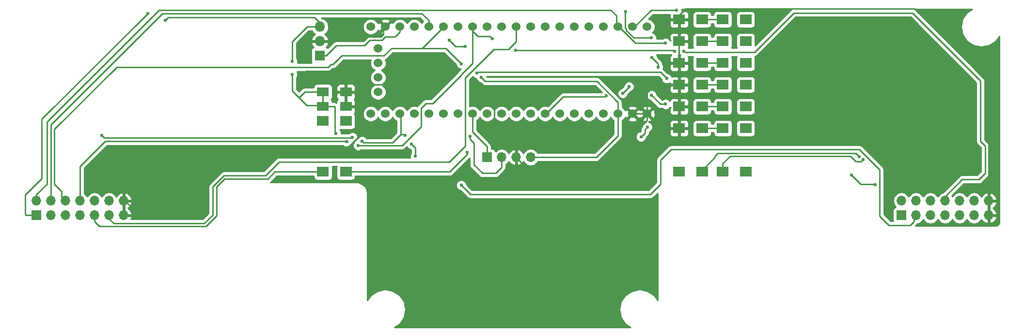
<source format=gbr>
G04 #@! TF.FileFunction,Copper,L1,Top,Signal*
%FSLAX46Y46*%
G04 Gerber Fmt 4.6, Leading zero omitted, Abs format (unit mm)*
G04 Created by KiCad (PCBNEW 4.0.4-stable) date 12/22/17 17:36:25*
%MOMM*%
%LPD*%
G01*
G04 APERTURE LIST*
%ADD10C,0.100000*%
%ADD11R,2.000000X1.600000*%
%ADD12R,2.000000X1.700000*%
%ADD13R,1.700000X1.700000*%
%ADD14O,1.700000X1.700000*%
%ADD15C,1.524000*%
%ADD16R,1.800000X1.800000*%
%ADD17O,1.800000X1.800000*%
%ADD18C,0.600000*%
%ADD19C,0.250000*%
%ADD20C,0.254000*%
G04 APERTURE END LIST*
D10*
D11*
X114840000Y-54610000D03*
X118840000Y-54610000D03*
X114840000Y-52070000D03*
X118840000Y-52070000D03*
D12*
X177070000Y-39370000D03*
X181070000Y-39370000D03*
X177070000Y-43180000D03*
X181070000Y-43180000D03*
X177070000Y-46990000D03*
X181070000Y-46990000D03*
X177070000Y-50800000D03*
X181070000Y-50800000D03*
X177070000Y-54610000D03*
X181070000Y-54610000D03*
X177070000Y-58420000D03*
X181070000Y-58420000D03*
D13*
X64770000Y-73660000D03*
D14*
X64770000Y-71120000D03*
X67310000Y-73660000D03*
X67310000Y-71120000D03*
X69850000Y-73660000D03*
X69850000Y-71120000D03*
X72390000Y-73660000D03*
X72390000Y-71120000D03*
X74930000Y-73660000D03*
X74930000Y-71120000D03*
X77470000Y-73660000D03*
X77470000Y-71120000D03*
X80010000Y-73660000D03*
X80010000Y-71120000D03*
D13*
X215900000Y-73660000D03*
D14*
X215900000Y-71120000D03*
X218440000Y-73660000D03*
X218440000Y-71120000D03*
X220980000Y-73660000D03*
X220980000Y-71120000D03*
X223520000Y-73660000D03*
X223520000Y-71120000D03*
X226060000Y-73660000D03*
X226060000Y-71120000D03*
X228600000Y-73660000D03*
X228600000Y-71120000D03*
X231140000Y-73660000D03*
X231140000Y-71120000D03*
D13*
X143510000Y-63500000D03*
D14*
X146050000Y-63500000D03*
X148590000Y-63500000D03*
X151130000Y-63500000D03*
D12*
X114840000Y-66040000D03*
X118840000Y-66040000D03*
X118840000Y-57150000D03*
X114840000Y-57150000D03*
X184690000Y-66040000D03*
X188690000Y-66040000D03*
X177070000Y-66040000D03*
X181070000Y-66040000D03*
X188690000Y-39370000D03*
X184690000Y-39370000D03*
X188690000Y-43180000D03*
X184690000Y-43180000D03*
X188690000Y-46990000D03*
X184690000Y-46990000D03*
X188690000Y-50800000D03*
X184690000Y-50800000D03*
X188690000Y-54610000D03*
X184690000Y-54610000D03*
X188690000Y-58420000D03*
X184690000Y-58420000D03*
D15*
X123190000Y-55880000D03*
X125730000Y-55880000D03*
X128270000Y-55880000D03*
X130810000Y-55880000D03*
X133350000Y-55880000D03*
X135890000Y-55880000D03*
X138430000Y-55880000D03*
X140970000Y-55880000D03*
X143510000Y-55880000D03*
X146050000Y-55880000D03*
X148590000Y-55880000D03*
X151130000Y-55880000D03*
X153670000Y-55880000D03*
X156210000Y-55880000D03*
X158750000Y-55880000D03*
X161290000Y-55880000D03*
X163830000Y-55880000D03*
X166370000Y-55880000D03*
X168910000Y-55880000D03*
X171450000Y-55880000D03*
X123190000Y-40640000D03*
X125730000Y-40640000D03*
X128270000Y-40640000D03*
X130810000Y-40640000D03*
X133350000Y-40640000D03*
X135890000Y-40640000D03*
X138430000Y-40640000D03*
X140970000Y-40640000D03*
X143510000Y-40640000D03*
X146050000Y-40640000D03*
X148590000Y-40640000D03*
X151130000Y-40640000D03*
X153670000Y-40640000D03*
X156210000Y-40640000D03*
X158750000Y-40640000D03*
X161290000Y-40640000D03*
X163830000Y-40640000D03*
X166370000Y-40640000D03*
X168910000Y-40640000D03*
X171450000Y-40640000D03*
X124460000Y-52070000D03*
X124460000Y-49530000D03*
X124460000Y-46990000D03*
X124460000Y-44450000D03*
D16*
X114300000Y-45720000D03*
D17*
X114300000Y-43180000D03*
X114300000Y-40640000D03*
D18*
X117100000Y-59300000D03*
X109500000Y-49000000D03*
X109500000Y-46700000D03*
X87300000Y-39500000D03*
X84200000Y-38300000D03*
X142600000Y-50800000D03*
X136200000Y-50700000D03*
X111600000Y-46900000D03*
X111600000Y-48700000D03*
X189200000Y-54700000D03*
X174700000Y-43500000D03*
X139000000Y-68400000D03*
X131000000Y-63300000D03*
X130300000Y-61200000D03*
X129200000Y-59700000D03*
X76200000Y-59700000D03*
X120000000Y-60000000D03*
X121700000Y-60700000D03*
X211300000Y-68300000D03*
X207200000Y-66600000D03*
X174700000Y-54200000D03*
X172200000Y-52600000D03*
X173400000Y-47700000D03*
X172300000Y-46000000D03*
X172200000Y-42600000D03*
X167700000Y-38000000D03*
X174900000Y-49700000D03*
X141700000Y-48700000D03*
X139000000Y-47100000D03*
X177900000Y-44900000D03*
X176300000Y-44900000D03*
X148500000Y-44800000D03*
X144400000Y-42700000D03*
X119000000Y-60800000D03*
X121000000Y-61400000D03*
X114700000Y-57300000D03*
X209200000Y-63900000D03*
X208500000Y-63400000D03*
X140500000Y-59800000D03*
X136900000Y-43000000D03*
X139700000Y-44100000D03*
X142500000Y-49500000D03*
X140000000Y-62600000D03*
X118840000Y-57150000D03*
X188600000Y-66000000D03*
X177070000Y-66040000D03*
X176600000Y-37700000D03*
X189000000Y-39500000D03*
X189100000Y-43400000D03*
X168300000Y-51100000D03*
X167200000Y-52300000D03*
X188700000Y-47000000D03*
X164300000Y-52700000D03*
X170400000Y-59900000D03*
X171500000Y-58200000D03*
X188600000Y-50600000D03*
X189000000Y-58600000D03*
D19*
X114840000Y-54610000D02*
X116810000Y-54610000D01*
X116900000Y-59100000D02*
X117100000Y-59300000D01*
X116900000Y-54700000D02*
X116900000Y-59100000D01*
X116810000Y-54610000D02*
X116900000Y-54700000D01*
X114840000Y-52070000D02*
X114840000Y-54610000D01*
X110450000Y-52850000D02*
X110850000Y-52850000D01*
X111630000Y-52070000D02*
X114840000Y-52070000D01*
X110850000Y-52850000D02*
X111630000Y-52070000D01*
X114300000Y-40640000D02*
X112060000Y-40640000D01*
X112000000Y-54400000D02*
X114630000Y-54400000D01*
X109500000Y-51900000D02*
X110450000Y-52850000D01*
X110450000Y-52850000D02*
X112000000Y-54400000D01*
X109500000Y-49000000D02*
X109500000Y-51900000D01*
X109500000Y-43200000D02*
X109500000Y-46700000D01*
X112060000Y-40640000D02*
X109500000Y-43200000D01*
X114630000Y-54400000D02*
X114840000Y-54610000D01*
X64770000Y-73660000D02*
X62960000Y-73660000D01*
X113400000Y-39000000D02*
X114300000Y-39900000D01*
X87800000Y-39000000D02*
X113400000Y-39000000D01*
X87300000Y-39500000D02*
X87800000Y-39000000D01*
X65700000Y-56800000D02*
X84200000Y-38300000D01*
X65700000Y-67200000D02*
X65700000Y-56800000D01*
X62800000Y-70100000D02*
X65700000Y-67200000D01*
X62800000Y-73500000D02*
X62800000Y-70100000D01*
X62960000Y-73660000D02*
X62800000Y-73500000D01*
X114300000Y-39900000D02*
X114300000Y-40640000D01*
X231140000Y-73660000D02*
X231140000Y-71120000D01*
X177070000Y-39370000D02*
X177070000Y-38630000D01*
X177070000Y-38630000D02*
X178200000Y-37500000D01*
X231140000Y-61140000D02*
X231140000Y-71120000D01*
X230500000Y-60500000D02*
X231140000Y-61140000D01*
X230500000Y-49800000D02*
X230500000Y-60500000D01*
X218200000Y-37500000D02*
X230500000Y-49800000D01*
X178200000Y-37500000D02*
X218200000Y-37500000D01*
X167800000Y-59300000D02*
X169200000Y-59300000D01*
X171450000Y-57050000D02*
X171450000Y-55880000D01*
X169200000Y-59300000D02*
X171450000Y-57050000D01*
X148590000Y-63500000D02*
X148590000Y-63590000D01*
X148590000Y-63590000D02*
X150100000Y-65100000D01*
X167800000Y-56990000D02*
X168910000Y-55880000D01*
X167800000Y-59300000D02*
X167800000Y-59300000D01*
X167800000Y-59300000D02*
X167800000Y-56990000D01*
X162900000Y-64200000D02*
X167800000Y-59300000D01*
X153300000Y-64200000D02*
X162900000Y-64200000D01*
X152400000Y-65100000D02*
X153300000Y-64200000D01*
X150100000Y-65100000D02*
X152400000Y-65100000D01*
X119100000Y-49540000D02*
X120540000Y-49540000D01*
X148590000Y-62390000D02*
X148590000Y-63500000D01*
X147600000Y-61400000D02*
X148590000Y-62390000D01*
X146700000Y-61400000D02*
X147600000Y-61400000D01*
X144800000Y-59500000D02*
X146700000Y-61400000D01*
X144800000Y-55200000D02*
X144800000Y-59500000D01*
X144600000Y-55000000D02*
X144800000Y-55200000D01*
X144600000Y-52800000D02*
X144600000Y-55000000D01*
X142600000Y-50800000D02*
X144600000Y-52800000D01*
X136100000Y-50800000D02*
X136200000Y-50700000D01*
X121800000Y-50800000D02*
X136100000Y-50800000D01*
X120540000Y-49540000D02*
X121800000Y-50800000D01*
X121150000Y-52250000D02*
X121150000Y-51350000D01*
X119340000Y-49540000D02*
X119100000Y-49540000D01*
X119100000Y-49540000D02*
X118840000Y-49540000D01*
X121150000Y-51350000D02*
X119340000Y-49540000D01*
X114300000Y-43180000D02*
X112820000Y-43180000D01*
X112820000Y-43180000D02*
X111600000Y-44400000D01*
X111600000Y-44400000D02*
X111600000Y-46900000D01*
X111600000Y-48700000D02*
X111900000Y-48400000D01*
X111900000Y-48400000D02*
X116400000Y-48400000D01*
X116400000Y-48400000D02*
X116600000Y-48600000D01*
X116600000Y-48600000D02*
X117900000Y-48600000D01*
X117900000Y-48600000D02*
X118840000Y-49540000D01*
X118840000Y-49540000D02*
X118840000Y-52070000D01*
X121490000Y-54610000D02*
X121490000Y-52590000D01*
X121490000Y-52590000D02*
X121150000Y-52250000D01*
X121150000Y-52250000D02*
X120970000Y-52070000D01*
X120970000Y-52070000D02*
X118840000Y-52070000D01*
X80010000Y-71120000D02*
X80220000Y-71120000D01*
X80220000Y-71120000D02*
X83400000Y-74300000D01*
X121490000Y-54610000D02*
X118840000Y-54610000D01*
X121500000Y-54600000D02*
X121490000Y-54610000D01*
X121500000Y-59500000D02*
X121500000Y-54600000D01*
X119400000Y-61600000D02*
X121500000Y-59500000D01*
X119100000Y-61600000D02*
X119400000Y-61600000D01*
X117400000Y-63300000D02*
X119100000Y-61600000D01*
X106500000Y-63300000D02*
X117400000Y-63300000D01*
X104300000Y-65500000D02*
X106500000Y-63300000D01*
X97700000Y-65500000D02*
X104300000Y-65500000D01*
X94700000Y-68500000D02*
X97700000Y-65500000D01*
X94700000Y-73200000D02*
X94700000Y-68500000D01*
X93600000Y-74300000D02*
X94700000Y-73200000D01*
X83400000Y-74300000D02*
X93600000Y-74300000D01*
X80010000Y-73660000D02*
X80010000Y-71120000D01*
X171450000Y-55880000D02*
X168910000Y-55880000D01*
X177070000Y-50800000D02*
X172900000Y-50800000D01*
X172900000Y-50800000D02*
X171450000Y-52250000D01*
X171450000Y-52250000D02*
X171450000Y-55880000D01*
X177070000Y-54610000D02*
X177070000Y-58420000D01*
X177070000Y-50800000D02*
X177070000Y-54610000D01*
X177070000Y-46990000D02*
X177070000Y-50800000D01*
X177070000Y-43180000D02*
X177070000Y-46990000D01*
X177070000Y-39370000D02*
X177070000Y-43180000D01*
X114300000Y-43180000D02*
X121920000Y-43180000D01*
X125400000Y-42000000D02*
X125400000Y-40970000D01*
X125000000Y-42400000D02*
X125400000Y-42000000D01*
X122700000Y-42400000D02*
X125000000Y-42400000D01*
X121920000Y-43180000D02*
X122700000Y-42400000D01*
X125400000Y-40970000D02*
X125730000Y-40640000D01*
X181070000Y-39370000D02*
X184690000Y-39370000D01*
X181070000Y-43180000D02*
X184690000Y-43180000D01*
X181070000Y-46990000D02*
X184690000Y-46990000D01*
X181070000Y-50800000D02*
X184690000Y-50800000D01*
X181070000Y-54610000D02*
X184690000Y-54610000D01*
X181070000Y-58420000D02*
X184690000Y-58420000D01*
X166370000Y-40640000D02*
X166540000Y-40640000D01*
X166540000Y-40640000D02*
X169400000Y-43500000D01*
X189200000Y-54700000D02*
X189110000Y-54610000D01*
X169400000Y-43500000D02*
X174700000Y-43500000D01*
X189110000Y-54610000D02*
X188690000Y-54610000D01*
X64770000Y-71120000D02*
X64770000Y-70030000D01*
X166100000Y-38700000D02*
X166100000Y-40370000D01*
X165100000Y-37700000D02*
X166100000Y-38700000D01*
X128300000Y-37700000D02*
X165100000Y-37700000D01*
X86200000Y-37700000D02*
X128300000Y-37700000D01*
X66600000Y-57300000D02*
X86200000Y-37700000D01*
X66600000Y-68200000D02*
X66600000Y-57300000D01*
X64770000Y-70030000D02*
X66600000Y-68200000D01*
X166100000Y-40370000D02*
X166370000Y-40640000D01*
X128400000Y-59500000D02*
X129000000Y-59500000D01*
X218100000Y-74700000D02*
X218100000Y-74000000D01*
X217400000Y-75400000D02*
X218100000Y-74700000D01*
X213700000Y-75400000D02*
X217400000Y-75400000D01*
X212100000Y-73800000D02*
X213700000Y-75400000D01*
X212100000Y-65700000D02*
X212100000Y-73800000D01*
X208500000Y-62100000D02*
X212100000Y-65700000D01*
X175700000Y-62100000D02*
X208500000Y-62100000D01*
X173800000Y-64000000D02*
X175700000Y-62100000D01*
X173800000Y-68200000D02*
X173800000Y-64000000D01*
X172000000Y-70000000D02*
X173800000Y-68200000D01*
X140600000Y-70000000D02*
X172000000Y-70000000D01*
X139000000Y-68400000D02*
X140600000Y-70000000D01*
X131000000Y-61900000D02*
X131000000Y-63300000D01*
X130300000Y-61200000D02*
X131000000Y-61900000D01*
X129000000Y-59500000D02*
X129200000Y-59700000D01*
X218100000Y-74000000D02*
X218440000Y-73660000D01*
X76200000Y-59700000D02*
X76600000Y-60100000D01*
X76600000Y-60100000D02*
X119900000Y-60100000D01*
X119900000Y-60100000D02*
X120000000Y-60000000D01*
X121700000Y-60700000D02*
X121900000Y-60900000D01*
X121900000Y-60900000D02*
X127000000Y-60900000D01*
X127000000Y-60900000D02*
X128400000Y-59500000D01*
X128400000Y-59500000D02*
X128400000Y-56010000D01*
X128400000Y-56010000D02*
X128270000Y-55880000D01*
X67310000Y-71120000D02*
X67310000Y-57790000D01*
X133350000Y-39550000D02*
X133350000Y-40640000D01*
X132100000Y-38300000D02*
X133350000Y-39550000D01*
X86800000Y-38300000D02*
X132100000Y-38300000D01*
X67310000Y-57790000D02*
X86800000Y-38300000D01*
X211200000Y-68200000D02*
X211300000Y-68300000D01*
X208800000Y-68200000D02*
X211200000Y-68200000D01*
X207200000Y-66600000D02*
X208800000Y-68200000D01*
X173800000Y-54200000D02*
X174700000Y-54200000D01*
X172200000Y-52600000D02*
X173800000Y-54200000D01*
X173400000Y-47100000D02*
X173400000Y-47700000D01*
X172300000Y-46000000D02*
X173400000Y-47100000D01*
X169136398Y-42600000D02*
X172200000Y-42600000D01*
X167818199Y-41281801D02*
X169136398Y-42600000D01*
X167818199Y-41018199D02*
X167818199Y-41281801D01*
X167600000Y-40800000D02*
X167818199Y-41018199D01*
X167600000Y-38100000D02*
X167600000Y-40800000D01*
X167700000Y-38000000D02*
X167600000Y-38100000D01*
X132200000Y-44400000D02*
X136300000Y-44400000D01*
X173800000Y-48600000D02*
X174900000Y-49700000D01*
X141800000Y-48600000D02*
X173800000Y-48600000D01*
X141700000Y-48700000D02*
X141800000Y-48600000D01*
X136300000Y-44400000D02*
X139000000Y-47100000D01*
X135890000Y-40640000D02*
X135890000Y-40710000D01*
X135890000Y-40710000D02*
X132200000Y-44400000D01*
X132200000Y-44400000D02*
X126800000Y-44400000D01*
X126800000Y-44400000D02*
X125500000Y-45700000D01*
X125500000Y-45700000D02*
X118100000Y-45700000D01*
X118100000Y-45700000D02*
X116600000Y-47200000D01*
X116600000Y-47200000D02*
X116200000Y-47200000D01*
X116200000Y-47200000D02*
X115700000Y-47700000D01*
X115700000Y-47700000D02*
X78800000Y-47700000D01*
X78800000Y-47700000D02*
X67900000Y-58600000D01*
X67900000Y-58600000D02*
X67900000Y-68200000D01*
X67900000Y-68200000D02*
X69200000Y-69500000D01*
X69200000Y-69500000D02*
X69200000Y-70470000D01*
X69200000Y-70470000D02*
X69850000Y-71120000D01*
X223520000Y-71120000D02*
X223520000Y-70380000D01*
X223520000Y-70380000D02*
X226500000Y-67400000D01*
X226500000Y-67400000D02*
X229400000Y-67400000D01*
X229400000Y-67400000D02*
X230500000Y-66300000D01*
X230500000Y-66300000D02*
X230500000Y-61500000D01*
X230500000Y-61500000D02*
X229700000Y-60700000D01*
X229700000Y-60700000D02*
X229700000Y-50100000D01*
X229700000Y-50100000D02*
X217800000Y-38200000D01*
X217800000Y-38200000D02*
X197100000Y-38200000D01*
X197100000Y-38200000D02*
X190200000Y-45100000D01*
X190200000Y-45100000D02*
X178100000Y-45100000D01*
X178100000Y-45100000D02*
X177900000Y-44900000D01*
X176300000Y-44900000D02*
X176200000Y-44800000D01*
X176200000Y-44800000D02*
X148500000Y-44800000D01*
X144400000Y-42700000D02*
X144000000Y-42300000D01*
X144000000Y-42300000D02*
X141900000Y-42300000D01*
X141900000Y-42300000D02*
X140970000Y-41370000D01*
X140970000Y-41370000D02*
X140970000Y-40640000D01*
X140970000Y-40640000D02*
X140970000Y-47030000D01*
X72390000Y-65110000D02*
X72390000Y-71120000D01*
X76800000Y-60700000D02*
X72390000Y-65110000D01*
X118900000Y-60700000D02*
X76800000Y-60700000D01*
X119000000Y-60800000D02*
X118900000Y-60700000D01*
X128700000Y-61400000D02*
X121000000Y-61400000D01*
X132000000Y-58100000D02*
X128700000Y-61400000D01*
X132000000Y-54900000D02*
X132000000Y-58100000D01*
X132800000Y-54100000D02*
X132000000Y-54900000D01*
X134000000Y-54100000D02*
X132800000Y-54100000D01*
X139000000Y-49100000D02*
X134000000Y-54100000D01*
X139000000Y-49000000D02*
X139000000Y-49100000D01*
X140970000Y-47030000D02*
X139000000Y-49000000D01*
X114840000Y-66040000D02*
X106460000Y-66040000D01*
X74930000Y-74730000D02*
X74930000Y-73660000D01*
X75800000Y-75600000D02*
X74930000Y-74730000D01*
X94400000Y-75600000D02*
X75800000Y-75600000D01*
X96300000Y-73700000D02*
X94400000Y-75600000D01*
X96300000Y-68600000D02*
X96300000Y-73700000D01*
X97600000Y-67300000D02*
X96300000Y-68600000D01*
X105200000Y-67300000D02*
X97600000Y-67300000D01*
X106460000Y-66040000D02*
X105200000Y-67300000D01*
X77470000Y-73660000D02*
X77470000Y-74270000D01*
X77470000Y-74270000D02*
X78300000Y-75100000D01*
X78300000Y-75100000D02*
X94100000Y-75100000D01*
X94100000Y-75100000D02*
X95600000Y-73600000D01*
X95600000Y-73600000D02*
X95600000Y-68600000D01*
X95600000Y-68600000D02*
X97500000Y-66700000D01*
X97500000Y-66700000D02*
X104800000Y-66700000D01*
X104800000Y-66700000D02*
X107200000Y-64300000D01*
X107200000Y-64300000D02*
X136900000Y-64300000D01*
X136900000Y-64300000D02*
X139700000Y-61500000D01*
X139700000Y-61500000D02*
X139700000Y-49600000D01*
X139700000Y-49600000D02*
X144700000Y-44600000D01*
X144700000Y-44600000D02*
X147200000Y-44600000D01*
X147200000Y-44600000D02*
X148590000Y-43210000D01*
X148590000Y-43210000D02*
X148590000Y-40640000D01*
X114700000Y-57300000D02*
X114840000Y-57160000D01*
X114840000Y-57160000D02*
X114840000Y-57150000D01*
X184690000Y-66040000D02*
X184690000Y-64610000D01*
X208900000Y-64200000D02*
X209200000Y-63900000D01*
X207900000Y-64200000D02*
X208900000Y-64200000D01*
X207000000Y-63300000D02*
X207900000Y-64200000D01*
X186000000Y-63300000D02*
X207000000Y-63300000D01*
X184690000Y-64610000D02*
X186000000Y-63300000D01*
X181070000Y-66040000D02*
X181070000Y-65730000D01*
X181070000Y-65730000D02*
X183300000Y-63500000D01*
X183300000Y-63500000D02*
X183300000Y-63300000D01*
X183300000Y-63300000D02*
X183800000Y-62800000D01*
X183800000Y-62800000D02*
X207900000Y-62800000D01*
X207900000Y-62800000D02*
X208500000Y-63400000D01*
X143510000Y-63500000D02*
X143510000Y-61610000D01*
X140970000Y-59070000D02*
X140970000Y-55880000D01*
X143510000Y-61610000D02*
X140970000Y-59070000D01*
X146050000Y-63500000D02*
X146050000Y-65250000D01*
X140500000Y-60300000D02*
X140500000Y-59800000D01*
X141200000Y-61000000D02*
X140500000Y-60300000D01*
X141200000Y-64800000D02*
X141200000Y-61000000D01*
X142700000Y-66300000D02*
X141200000Y-64800000D01*
X145000000Y-66300000D02*
X142700000Y-66300000D01*
X146050000Y-65250000D02*
X145000000Y-66300000D01*
X151130000Y-63500000D02*
X162600000Y-63500000D01*
X166370000Y-59730000D02*
X166370000Y-55880000D01*
X162600000Y-63500000D02*
X166370000Y-59730000D01*
X136900000Y-43000000D02*
X138000000Y-44100000D01*
X138000000Y-44100000D02*
X139700000Y-44100000D01*
X142500000Y-49500000D02*
X143200000Y-50200000D01*
X143200000Y-50200000D02*
X162700000Y-50200000D01*
X162700000Y-50200000D02*
X166370000Y-53870000D01*
X166370000Y-53870000D02*
X166370000Y-55880000D01*
X118840000Y-66040000D02*
X136960000Y-66040000D01*
X140000000Y-63000000D02*
X140000000Y-62600000D01*
X136960000Y-66040000D02*
X140000000Y-63000000D01*
X188600000Y-66000000D02*
X188640000Y-66040000D01*
X188640000Y-66040000D02*
X188690000Y-66040000D01*
X168910000Y-40640000D02*
X169260000Y-40640000D01*
X169260000Y-40640000D02*
X172200000Y-37700000D01*
X172200000Y-37700000D02*
X176600000Y-37700000D01*
X189000000Y-39500000D02*
X188870000Y-39370000D01*
X188870000Y-39370000D02*
X188690000Y-39370000D01*
X189100000Y-43400000D02*
X188880000Y-43180000D01*
X168300000Y-51200000D02*
X168300000Y-51100000D01*
X167200000Y-52300000D02*
X168300000Y-51200000D01*
X188880000Y-43180000D02*
X188690000Y-43180000D01*
X188700000Y-47000000D02*
X188690000Y-46990000D01*
X153670000Y-55880000D02*
X153820000Y-55880000D01*
X153820000Y-55880000D02*
X156800000Y-52900000D01*
X156800000Y-52900000D02*
X164100000Y-52900000D01*
X164100000Y-52900000D02*
X164300000Y-52700000D01*
X170400000Y-59900000D02*
X171100000Y-59200000D01*
X171100000Y-59200000D02*
X171100000Y-58600000D01*
X171100000Y-58600000D02*
X171500000Y-58200000D01*
X188600000Y-50600000D02*
X188690000Y-50690000D01*
X188690000Y-50690000D02*
X188690000Y-50800000D01*
X189000000Y-58600000D02*
X188820000Y-58420000D01*
X188820000Y-58420000D02*
X188690000Y-58420000D01*
X114300000Y-45720000D02*
X115380000Y-45720000D01*
X128270000Y-41530000D02*
X128270000Y-40640000D01*
X127400000Y-42400000D02*
X128270000Y-41530000D01*
X125700000Y-42400000D02*
X127400000Y-42400000D01*
X125100000Y-43000000D02*
X125700000Y-42400000D01*
X123000000Y-43000000D02*
X125100000Y-43000000D01*
X122100000Y-43900000D02*
X123000000Y-43000000D01*
X117200000Y-43900000D02*
X122100000Y-43900000D01*
X115380000Y-45720000D02*
X117200000Y-43900000D01*
D20*
G36*
X228940000Y-50414802D02*
X228940000Y-60700000D01*
X228997852Y-60990839D01*
X229162599Y-61237401D01*
X229740000Y-61814802D01*
X229740000Y-65985198D01*
X229085198Y-66640000D01*
X226500000Y-66640000D01*
X226257414Y-66688254D01*
X226209160Y-66697852D01*
X225962599Y-66862599D01*
X223144624Y-69680574D01*
X222951715Y-69718946D01*
X222469946Y-70040853D01*
X222250000Y-70370026D01*
X222030054Y-70040853D01*
X221548285Y-69718946D01*
X220980000Y-69605907D01*
X220411715Y-69718946D01*
X219929946Y-70040853D01*
X219710000Y-70370026D01*
X219490054Y-70040853D01*
X219008285Y-69718946D01*
X218440000Y-69605907D01*
X217871715Y-69718946D01*
X217389946Y-70040853D01*
X217170000Y-70370026D01*
X216950054Y-70040853D01*
X216468285Y-69718946D01*
X215900000Y-69605907D01*
X215331715Y-69718946D01*
X214849946Y-70040853D01*
X214528039Y-70522622D01*
X214415000Y-71090907D01*
X214415000Y-71149093D01*
X214528039Y-71717378D01*
X214849946Y-72199147D01*
X214851179Y-72199971D01*
X214814683Y-72206838D01*
X214598559Y-72345910D01*
X214453569Y-72558110D01*
X214402560Y-72810000D01*
X214402560Y-74510000D01*
X214427021Y-74640000D01*
X214014802Y-74640000D01*
X212860000Y-73485198D01*
X212860000Y-65700000D01*
X212802148Y-65409161D01*
X212637401Y-65162599D01*
X209037401Y-61562599D01*
X208790839Y-61397852D01*
X208500000Y-61340000D01*
X175700000Y-61340000D01*
X175409161Y-61397852D01*
X175162599Y-61562599D01*
X173262599Y-63462599D01*
X173097852Y-63709161D01*
X173040000Y-64000000D01*
X173040000Y-67885198D01*
X171685198Y-69240000D01*
X140914802Y-69240000D01*
X139935122Y-68260320D01*
X139935162Y-68214833D01*
X139793117Y-67871057D01*
X139530327Y-67607808D01*
X139186799Y-67465162D01*
X138814833Y-67464838D01*
X138471057Y-67606883D01*
X138207808Y-67869673D01*
X138065162Y-68213201D01*
X138064838Y-68585167D01*
X138206883Y-68928943D01*
X138469673Y-69192192D01*
X138813201Y-69334838D01*
X138860077Y-69334879D01*
X140062599Y-70537401D01*
X140309161Y-70702148D01*
X140600000Y-70760000D01*
X172000000Y-70760000D01*
X172290839Y-70702148D01*
X172537401Y-70537401D01*
X173293642Y-69781160D01*
X173293642Y-69781416D01*
X173280000Y-69850000D01*
X173280000Y-88542768D01*
X172690092Y-87659908D01*
X171538452Y-86890407D01*
X170180000Y-86620194D01*
X168821548Y-86890407D01*
X167669908Y-87659908D01*
X166900407Y-88811548D01*
X166630194Y-90170000D01*
X166900407Y-91528452D01*
X167669908Y-92680092D01*
X168552768Y-93270000D01*
X127357232Y-93270000D01*
X128240092Y-92680092D01*
X129009593Y-91528452D01*
X129279806Y-90170000D01*
X129009593Y-88811548D01*
X128240092Y-87659908D01*
X127088452Y-86890407D01*
X125730000Y-86620194D01*
X124371548Y-86890407D01*
X123219908Y-87659908D01*
X122630000Y-88542768D01*
X122630000Y-69850000D01*
X122616357Y-69781413D01*
X122616357Y-69711485D01*
X122519685Y-69225478D01*
X122463770Y-69090488D01*
X122413671Y-68969537D01*
X122138370Y-68557520D01*
X121942480Y-68361630D01*
X121530462Y-68086329D01*
X121424448Y-68042417D01*
X121274522Y-67980315D01*
X120788514Y-67883642D01*
X120718584Y-67883642D01*
X120650000Y-67870000D01*
X105688613Y-67870000D01*
X105737401Y-67837401D01*
X106774802Y-66800000D01*
X113192560Y-66800000D01*
X113192560Y-66890000D01*
X113236838Y-67125317D01*
X113375910Y-67341441D01*
X113588110Y-67486431D01*
X113840000Y-67537440D01*
X115840000Y-67537440D01*
X116075317Y-67493162D01*
X116291441Y-67354090D01*
X116436431Y-67141890D01*
X116487440Y-66890000D01*
X116487440Y-65190000D01*
X116462979Y-65060000D01*
X117218886Y-65060000D01*
X117192560Y-65190000D01*
X117192560Y-66890000D01*
X117236838Y-67125317D01*
X117375910Y-67341441D01*
X117588110Y-67486431D01*
X117840000Y-67537440D01*
X119840000Y-67537440D01*
X120075317Y-67493162D01*
X120291441Y-67354090D01*
X120436431Y-67141890D01*
X120487440Y-66890000D01*
X120487440Y-66800000D01*
X136960000Y-66800000D01*
X137250839Y-66742148D01*
X137497401Y-66577401D01*
X140440000Y-63634802D01*
X140440000Y-64800000D01*
X140497852Y-65090839D01*
X140662599Y-65337401D01*
X142162599Y-66837401D01*
X142409160Y-67002148D01*
X142700000Y-67060000D01*
X145000000Y-67060000D01*
X145290839Y-67002148D01*
X145537401Y-66837401D01*
X146587401Y-65787401D01*
X146752148Y-65540840D01*
X146810000Y-65250000D01*
X146810000Y-64772954D01*
X147100054Y-64579147D01*
X147327702Y-64238447D01*
X147394817Y-64381358D01*
X147823076Y-64771645D01*
X148233110Y-64941476D01*
X148463000Y-64820155D01*
X148463000Y-63627000D01*
X148443000Y-63627000D01*
X148443000Y-63373000D01*
X148463000Y-63373000D01*
X148463000Y-62179845D01*
X148233110Y-62058524D01*
X147823076Y-62228355D01*
X147394817Y-62618642D01*
X147327702Y-62761553D01*
X147100054Y-62420853D01*
X146618285Y-62098946D01*
X146050000Y-61985907D01*
X145481715Y-62098946D01*
X144999946Y-62420853D01*
X144972150Y-62462452D01*
X144963162Y-62414683D01*
X144824090Y-62198559D01*
X144611890Y-62053569D01*
X144360000Y-62002560D01*
X144270000Y-62002560D01*
X144270000Y-61610000D01*
X144212148Y-61319161D01*
X144212148Y-61319160D01*
X144047401Y-61072599D01*
X141730000Y-58755198D01*
X141730000Y-57077531D01*
X141760303Y-57065010D01*
X142153629Y-56672370D01*
X142239949Y-56464488D01*
X142324990Y-56670303D01*
X142717630Y-57063629D01*
X143230900Y-57276757D01*
X143786661Y-57277242D01*
X144300303Y-57065010D01*
X144693629Y-56672370D01*
X144779949Y-56464488D01*
X144864990Y-56670303D01*
X145257630Y-57063629D01*
X145770900Y-57276757D01*
X146326661Y-57277242D01*
X146840303Y-57065010D01*
X147233629Y-56672370D01*
X147319949Y-56464488D01*
X147404990Y-56670303D01*
X147797630Y-57063629D01*
X148310900Y-57276757D01*
X148866661Y-57277242D01*
X149380303Y-57065010D01*
X149773629Y-56672370D01*
X149859949Y-56464488D01*
X149944990Y-56670303D01*
X150337630Y-57063629D01*
X150850900Y-57276757D01*
X151406661Y-57277242D01*
X151920303Y-57065010D01*
X152313629Y-56672370D01*
X152399949Y-56464488D01*
X152484990Y-56670303D01*
X152877630Y-57063629D01*
X153390900Y-57276757D01*
X153946661Y-57277242D01*
X154460303Y-57065010D01*
X154853629Y-56672370D01*
X154939949Y-56464488D01*
X155024990Y-56670303D01*
X155417630Y-57063629D01*
X155930900Y-57276757D01*
X156486661Y-57277242D01*
X157000303Y-57065010D01*
X157393629Y-56672370D01*
X157479949Y-56464488D01*
X157564990Y-56670303D01*
X157957630Y-57063629D01*
X158470900Y-57276757D01*
X159026661Y-57277242D01*
X159540303Y-57065010D01*
X159933629Y-56672370D01*
X160019949Y-56464488D01*
X160104990Y-56670303D01*
X160497630Y-57063629D01*
X161010900Y-57276757D01*
X161566661Y-57277242D01*
X162080303Y-57065010D01*
X162473629Y-56672370D01*
X162559949Y-56464488D01*
X162644990Y-56670303D01*
X163037630Y-57063629D01*
X163550900Y-57276757D01*
X164106661Y-57277242D01*
X164620303Y-57065010D01*
X165013629Y-56672370D01*
X165099949Y-56464488D01*
X165184990Y-56670303D01*
X165577630Y-57063629D01*
X165610000Y-57077070D01*
X165610000Y-59415198D01*
X162285198Y-62740000D01*
X152393301Y-62740000D01*
X152180054Y-62420853D01*
X151698285Y-62098946D01*
X151130000Y-61985907D01*
X150561715Y-62098946D01*
X150079946Y-62420853D01*
X149852298Y-62761553D01*
X149785183Y-62618642D01*
X149356924Y-62228355D01*
X148946890Y-62058524D01*
X148717000Y-62179845D01*
X148717000Y-63373000D01*
X148737000Y-63373000D01*
X148737000Y-63627000D01*
X148717000Y-63627000D01*
X148717000Y-64820155D01*
X148946890Y-64941476D01*
X149356924Y-64771645D01*
X149785183Y-64381358D01*
X149852298Y-64238447D01*
X150079946Y-64579147D01*
X150561715Y-64901054D01*
X151130000Y-65014093D01*
X151698285Y-64901054D01*
X152180054Y-64579147D01*
X152393301Y-64260000D01*
X162600000Y-64260000D01*
X162890839Y-64202148D01*
X163137401Y-64037401D01*
X166907401Y-60267401D01*
X167029165Y-60085167D01*
X169464838Y-60085167D01*
X169606883Y-60428943D01*
X169869673Y-60692192D01*
X170213201Y-60834838D01*
X170585167Y-60835162D01*
X170928943Y-60693117D01*
X171192192Y-60430327D01*
X171334838Y-60086799D01*
X171334879Y-60039924D01*
X171637401Y-59737402D01*
X171787206Y-59513201D01*
X171802148Y-59490839D01*
X171860000Y-59200000D01*
X171860000Y-59062923D01*
X172028943Y-58993117D01*
X172292192Y-58730327D01*
X172302397Y-58705750D01*
X175435000Y-58705750D01*
X175435000Y-59396310D01*
X175531673Y-59629699D01*
X175710302Y-59808327D01*
X175943691Y-59905000D01*
X176784250Y-59905000D01*
X176943000Y-59746250D01*
X176943000Y-58547000D01*
X177197000Y-58547000D01*
X177197000Y-59746250D01*
X177355750Y-59905000D01*
X178196309Y-59905000D01*
X178429698Y-59808327D01*
X178608327Y-59629699D01*
X178705000Y-59396310D01*
X178705000Y-58705750D01*
X178546250Y-58547000D01*
X177197000Y-58547000D01*
X176943000Y-58547000D01*
X175593750Y-58547000D01*
X175435000Y-58705750D01*
X172302397Y-58705750D01*
X172434838Y-58386799D01*
X172435162Y-58014833D01*
X172293117Y-57671057D01*
X172066147Y-57443690D01*
X175435000Y-57443690D01*
X175435000Y-58134250D01*
X175593750Y-58293000D01*
X176943000Y-58293000D01*
X176943000Y-57093750D01*
X177197000Y-57093750D01*
X177197000Y-58293000D01*
X178546250Y-58293000D01*
X178705000Y-58134250D01*
X178705000Y-57570000D01*
X179422560Y-57570000D01*
X179422560Y-59270000D01*
X179466838Y-59505317D01*
X179605910Y-59721441D01*
X179818110Y-59866431D01*
X180070000Y-59917440D01*
X182070000Y-59917440D01*
X182305317Y-59873162D01*
X182521441Y-59734090D01*
X182666431Y-59521890D01*
X182717440Y-59270000D01*
X182717440Y-59180000D01*
X183042560Y-59180000D01*
X183042560Y-59270000D01*
X183086838Y-59505317D01*
X183225910Y-59721441D01*
X183438110Y-59866431D01*
X183690000Y-59917440D01*
X185690000Y-59917440D01*
X185925317Y-59873162D01*
X186141441Y-59734090D01*
X186286431Y-59521890D01*
X186337440Y-59270000D01*
X186337440Y-57570000D01*
X187042560Y-57570000D01*
X187042560Y-59270000D01*
X187086838Y-59505317D01*
X187225910Y-59721441D01*
X187438110Y-59866431D01*
X187690000Y-59917440D01*
X189690000Y-59917440D01*
X189925317Y-59873162D01*
X190141441Y-59734090D01*
X190286431Y-59521890D01*
X190337440Y-59270000D01*
X190337440Y-57570000D01*
X190293162Y-57334683D01*
X190154090Y-57118559D01*
X189941890Y-56973569D01*
X189690000Y-56922560D01*
X187690000Y-56922560D01*
X187454683Y-56966838D01*
X187238559Y-57105910D01*
X187093569Y-57318110D01*
X187042560Y-57570000D01*
X186337440Y-57570000D01*
X186293162Y-57334683D01*
X186154090Y-57118559D01*
X185941890Y-56973569D01*
X185690000Y-56922560D01*
X183690000Y-56922560D01*
X183454683Y-56966838D01*
X183238559Y-57105910D01*
X183093569Y-57318110D01*
X183042560Y-57570000D01*
X183042560Y-57660000D01*
X182717440Y-57660000D01*
X182717440Y-57570000D01*
X182673162Y-57334683D01*
X182534090Y-57118559D01*
X182321890Y-56973569D01*
X182070000Y-56922560D01*
X180070000Y-56922560D01*
X179834683Y-56966838D01*
X179618559Y-57105910D01*
X179473569Y-57318110D01*
X179422560Y-57570000D01*
X178705000Y-57570000D01*
X178705000Y-57443690D01*
X178608327Y-57210301D01*
X178429698Y-57031673D01*
X178196309Y-56935000D01*
X177355750Y-56935000D01*
X177197000Y-57093750D01*
X176943000Y-57093750D01*
X176784250Y-56935000D01*
X175943691Y-56935000D01*
X175710302Y-57031673D01*
X175531673Y-57210301D01*
X175435000Y-57443690D01*
X172066147Y-57443690D01*
X172030327Y-57407808D01*
X171690526Y-57266710D01*
X171797368Y-57261362D01*
X172181143Y-57102397D01*
X172250608Y-56860213D01*
X171450000Y-56059605D01*
X170649392Y-56860213D01*
X170718857Y-57102397D01*
X171242302Y-57289144D01*
X171257897Y-57288363D01*
X170971057Y-57406883D01*
X170707808Y-57669673D01*
X170565162Y-58013201D01*
X170565121Y-58060077D01*
X170562599Y-58062599D01*
X170397852Y-58309161D01*
X170340000Y-58600000D01*
X170340000Y-58885197D01*
X170260320Y-58964878D01*
X170214833Y-58964838D01*
X169871057Y-59106883D01*
X169607808Y-59369673D01*
X169465162Y-59713201D01*
X169464838Y-60085167D01*
X167029165Y-60085167D01*
X167072148Y-60020839D01*
X167130000Y-59730000D01*
X167130000Y-57077531D01*
X167160303Y-57065010D01*
X167365457Y-56860213D01*
X168109392Y-56860213D01*
X168178857Y-57102397D01*
X168702302Y-57289144D01*
X169257368Y-57261362D01*
X169641143Y-57102397D01*
X169710608Y-56860213D01*
X168910000Y-56059605D01*
X168109392Y-56860213D01*
X167365457Y-56860213D01*
X167553629Y-56672370D01*
X167633395Y-56480273D01*
X167687603Y-56611143D01*
X167929787Y-56680608D01*
X168730395Y-55880000D01*
X169089605Y-55880000D01*
X169890213Y-56680608D01*
X170132397Y-56611143D01*
X170176453Y-56487656D01*
X170227603Y-56611143D01*
X170469787Y-56680608D01*
X171270395Y-55880000D01*
X171629605Y-55880000D01*
X172430213Y-56680608D01*
X172672397Y-56611143D01*
X172859144Y-56087698D01*
X172831362Y-55532632D01*
X172672397Y-55148857D01*
X172430213Y-55079392D01*
X171629605Y-55880000D01*
X171270395Y-55880000D01*
X170469787Y-55079392D01*
X170227603Y-55148857D01*
X170183547Y-55272344D01*
X170132397Y-55148857D01*
X169890213Y-55079392D01*
X169089605Y-55880000D01*
X168730395Y-55880000D01*
X167929787Y-55079392D01*
X167687603Y-55148857D01*
X167637491Y-55289318D01*
X167555010Y-55089697D01*
X167365432Y-54899787D01*
X168109392Y-54899787D01*
X168910000Y-55700395D01*
X169710608Y-54899787D01*
X170649392Y-54899787D01*
X171450000Y-55700395D01*
X172250608Y-54899787D01*
X172181143Y-54657603D01*
X171657698Y-54470856D01*
X171102632Y-54498638D01*
X170718857Y-54657603D01*
X170649392Y-54899787D01*
X169710608Y-54899787D01*
X169641143Y-54657603D01*
X169117698Y-54470856D01*
X168562632Y-54498638D01*
X168178857Y-54657603D01*
X168109392Y-54899787D01*
X167365432Y-54899787D01*
X167162370Y-54696371D01*
X167130000Y-54682930D01*
X167130000Y-53870000D01*
X167072148Y-53579161D01*
X166907401Y-53332599D01*
X166059969Y-52485167D01*
X166264838Y-52485167D01*
X166406883Y-52828943D01*
X166669673Y-53092192D01*
X167013201Y-53234838D01*
X167385167Y-53235162D01*
X167728943Y-53093117D01*
X167992192Y-52830327D01*
X168010944Y-52785167D01*
X171264838Y-52785167D01*
X171406883Y-53128943D01*
X171669673Y-53392192D01*
X172013201Y-53534838D01*
X172060077Y-53534879D01*
X173262599Y-54737401D01*
X173509161Y-54902148D01*
X173800000Y-54960000D01*
X174137537Y-54960000D01*
X174169673Y-54992192D01*
X174513201Y-55134838D01*
X174885167Y-55135162D01*
X175228943Y-54993117D01*
X175485505Y-54737002D01*
X175593748Y-54737002D01*
X175435000Y-54895750D01*
X175435000Y-55586310D01*
X175531673Y-55819699D01*
X175710302Y-55998327D01*
X175943691Y-56095000D01*
X176784250Y-56095000D01*
X176943000Y-55936250D01*
X176943000Y-54737000D01*
X177197000Y-54737000D01*
X177197000Y-55936250D01*
X177355750Y-56095000D01*
X178196309Y-56095000D01*
X178429698Y-55998327D01*
X178608327Y-55819699D01*
X178705000Y-55586310D01*
X178705000Y-54895750D01*
X178546250Y-54737000D01*
X177197000Y-54737000D01*
X176943000Y-54737000D01*
X176923000Y-54737000D01*
X176923000Y-54483000D01*
X176943000Y-54483000D01*
X176943000Y-53283750D01*
X177197000Y-53283750D01*
X177197000Y-54483000D01*
X178546250Y-54483000D01*
X178705000Y-54324250D01*
X178705000Y-53760000D01*
X179422560Y-53760000D01*
X179422560Y-55460000D01*
X179466838Y-55695317D01*
X179605910Y-55911441D01*
X179818110Y-56056431D01*
X180070000Y-56107440D01*
X182070000Y-56107440D01*
X182305317Y-56063162D01*
X182521441Y-55924090D01*
X182666431Y-55711890D01*
X182717440Y-55460000D01*
X182717440Y-55370000D01*
X183042560Y-55370000D01*
X183042560Y-55460000D01*
X183086838Y-55695317D01*
X183225910Y-55911441D01*
X183438110Y-56056431D01*
X183690000Y-56107440D01*
X185690000Y-56107440D01*
X185925317Y-56063162D01*
X186141441Y-55924090D01*
X186286431Y-55711890D01*
X186337440Y-55460000D01*
X186337440Y-53760000D01*
X187042560Y-53760000D01*
X187042560Y-55460000D01*
X187086838Y-55695317D01*
X187225910Y-55911441D01*
X187438110Y-56056431D01*
X187690000Y-56107440D01*
X189690000Y-56107440D01*
X189925317Y-56063162D01*
X190141441Y-55924090D01*
X190286431Y-55711890D01*
X190337440Y-55460000D01*
X190337440Y-53760000D01*
X190293162Y-53524683D01*
X190154090Y-53308559D01*
X189941890Y-53163569D01*
X189690000Y-53112560D01*
X187690000Y-53112560D01*
X187454683Y-53156838D01*
X187238559Y-53295910D01*
X187093569Y-53508110D01*
X187042560Y-53760000D01*
X186337440Y-53760000D01*
X186293162Y-53524683D01*
X186154090Y-53308559D01*
X185941890Y-53163569D01*
X185690000Y-53112560D01*
X183690000Y-53112560D01*
X183454683Y-53156838D01*
X183238559Y-53295910D01*
X183093569Y-53508110D01*
X183042560Y-53760000D01*
X183042560Y-53850000D01*
X182717440Y-53850000D01*
X182717440Y-53760000D01*
X182673162Y-53524683D01*
X182534090Y-53308559D01*
X182321890Y-53163569D01*
X182070000Y-53112560D01*
X180070000Y-53112560D01*
X179834683Y-53156838D01*
X179618559Y-53295910D01*
X179473569Y-53508110D01*
X179422560Y-53760000D01*
X178705000Y-53760000D01*
X178705000Y-53633690D01*
X178608327Y-53400301D01*
X178429698Y-53221673D01*
X178196309Y-53125000D01*
X177355750Y-53125000D01*
X177197000Y-53283750D01*
X176943000Y-53283750D01*
X176784250Y-53125000D01*
X175943691Y-53125000D01*
X175710302Y-53221673D01*
X175531673Y-53400301D01*
X175441104Y-53618953D01*
X175230327Y-53407808D01*
X174886799Y-53265162D01*
X174514833Y-53264838D01*
X174171057Y-53406883D01*
X174137882Y-53440000D01*
X174114802Y-53440000D01*
X173135122Y-52460320D01*
X173135162Y-52414833D01*
X172993117Y-52071057D01*
X172730327Y-51807808D01*
X172386799Y-51665162D01*
X172014833Y-51664838D01*
X171671057Y-51806883D01*
X171407808Y-52069673D01*
X171265162Y-52413201D01*
X171264838Y-52785167D01*
X168010944Y-52785167D01*
X168134838Y-52486799D01*
X168134879Y-52439923D01*
X168577996Y-51996806D01*
X168828943Y-51893117D01*
X169092192Y-51630327D01*
X169234838Y-51286799D01*
X169235013Y-51085750D01*
X175435000Y-51085750D01*
X175435000Y-51776310D01*
X175531673Y-52009699D01*
X175710302Y-52188327D01*
X175943691Y-52285000D01*
X176784250Y-52285000D01*
X176943000Y-52126250D01*
X176943000Y-50927000D01*
X177197000Y-50927000D01*
X177197000Y-52126250D01*
X177355750Y-52285000D01*
X178196309Y-52285000D01*
X178429698Y-52188327D01*
X178608327Y-52009699D01*
X178705000Y-51776310D01*
X178705000Y-51085750D01*
X178546250Y-50927000D01*
X177197000Y-50927000D01*
X176943000Y-50927000D01*
X175593750Y-50927000D01*
X175435000Y-51085750D01*
X169235013Y-51085750D01*
X169235162Y-50914833D01*
X169093117Y-50571057D01*
X168830327Y-50307808D01*
X168486799Y-50165162D01*
X168114833Y-50164838D01*
X167771057Y-50306883D01*
X167507808Y-50569673D01*
X167365162Y-50913201D01*
X167365034Y-51060164D01*
X167060320Y-51364878D01*
X167014833Y-51364838D01*
X166671057Y-51506883D01*
X166407808Y-51769673D01*
X166265162Y-52113201D01*
X166264838Y-52485167D01*
X166059969Y-52485167D01*
X163237401Y-49662599D01*
X162990839Y-49497852D01*
X162700000Y-49440000D01*
X143514803Y-49440000D01*
X143435122Y-49360320D01*
X143435123Y-49360000D01*
X173485198Y-49360000D01*
X173964878Y-49839680D01*
X173964838Y-49885167D01*
X174106883Y-50228943D01*
X174369673Y-50492192D01*
X174713201Y-50634838D01*
X175085167Y-50635162D01*
X175428943Y-50493117D01*
X175435000Y-50487071D01*
X175435000Y-50514250D01*
X175593750Y-50673000D01*
X176943000Y-50673000D01*
X176943000Y-49473750D01*
X177197000Y-49473750D01*
X177197000Y-50673000D01*
X178546250Y-50673000D01*
X178705000Y-50514250D01*
X178705000Y-49950000D01*
X179422560Y-49950000D01*
X179422560Y-51650000D01*
X179466838Y-51885317D01*
X179605910Y-52101441D01*
X179818110Y-52246431D01*
X180070000Y-52297440D01*
X182070000Y-52297440D01*
X182305317Y-52253162D01*
X182521441Y-52114090D01*
X182666431Y-51901890D01*
X182717440Y-51650000D01*
X182717440Y-51560000D01*
X183042560Y-51560000D01*
X183042560Y-51650000D01*
X183086838Y-51885317D01*
X183225910Y-52101441D01*
X183438110Y-52246431D01*
X183690000Y-52297440D01*
X185690000Y-52297440D01*
X185925317Y-52253162D01*
X186141441Y-52114090D01*
X186286431Y-51901890D01*
X186337440Y-51650000D01*
X186337440Y-49950000D01*
X187042560Y-49950000D01*
X187042560Y-51650000D01*
X187086838Y-51885317D01*
X187225910Y-52101441D01*
X187438110Y-52246431D01*
X187690000Y-52297440D01*
X189690000Y-52297440D01*
X189925317Y-52253162D01*
X190141441Y-52114090D01*
X190286431Y-51901890D01*
X190337440Y-51650000D01*
X190337440Y-49950000D01*
X190293162Y-49714683D01*
X190154090Y-49498559D01*
X189941890Y-49353569D01*
X189690000Y-49302560D01*
X187690000Y-49302560D01*
X187454683Y-49346838D01*
X187238559Y-49485910D01*
X187093569Y-49698110D01*
X187042560Y-49950000D01*
X186337440Y-49950000D01*
X186293162Y-49714683D01*
X186154090Y-49498559D01*
X185941890Y-49353569D01*
X185690000Y-49302560D01*
X183690000Y-49302560D01*
X183454683Y-49346838D01*
X183238559Y-49485910D01*
X183093569Y-49698110D01*
X183042560Y-49950000D01*
X183042560Y-50040000D01*
X182717440Y-50040000D01*
X182717440Y-49950000D01*
X182673162Y-49714683D01*
X182534090Y-49498559D01*
X182321890Y-49353569D01*
X182070000Y-49302560D01*
X180070000Y-49302560D01*
X179834683Y-49346838D01*
X179618559Y-49485910D01*
X179473569Y-49698110D01*
X179422560Y-49950000D01*
X178705000Y-49950000D01*
X178705000Y-49823690D01*
X178608327Y-49590301D01*
X178429698Y-49411673D01*
X178196309Y-49315000D01*
X177355750Y-49315000D01*
X177197000Y-49473750D01*
X176943000Y-49473750D01*
X176784250Y-49315000D01*
X175943691Y-49315000D01*
X175780520Y-49382588D01*
X175693117Y-49171057D01*
X175430327Y-48907808D01*
X175086799Y-48765162D01*
X175039923Y-48765121D01*
X174337401Y-48062599D01*
X174278251Y-48023076D01*
X174334838Y-47886799D01*
X174335162Y-47514833D01*
X174236376Y-47275750D01*
X175435000Y-47275750D01*
X175435000Y-47966310D01*
X175531673Y-48199699D01*
X175710302Y-48378327D01*
X175943691Y-48475000D01*
X176784250Y-48475000D01*
X176943000Y-48316250D01*
X176943000Y-47117000D01*
X177197000Y-47117000D01*
X177197000Y-48316250D01*
X177355750Y-48475000D01*
X178196309Y-48475000D01*
X178429698Y-48378327D01*
X178608327Y-48199699D01*
X178705000Y-47966310D01*
X178705000Y-47275750D01*
X178546250Y-47117000D01*
X177197000Y-47117000D01*
X176943000Y-47117000D01*
X175593750Y-47117000D01*
X175435000Y-47275750D01*
X174236376Y-47275750D01*
X174193117Y-47171057D01*
X174160000Y-47137882D01*
X174160000Y-47100000D01*
X174102148Y-46809161D01*
X173937401Y-46562599D01*
X173235122Y-45860320D01*
X173235162Y-45814833D01*
X173129867Y-45560000D01*
X175637711Y-45560000D01*
X175694793Y-45617182D01*
X175531673Y-45780301D01*
X175435000Y-46013690D01*
X175435000Y-46704250D01*
X175593750Y-46863000D01*
X176943000Y-46863000D01*
X176943000Y-45663750D01*
X176900718Y-45621468D01*
X177092192Y-45430327D01*
X177099842Y-45411903D01*
X177106883Y-45428943D01*
X177269203Y-45591547D01*
X177197000Y-45663750D01*
X177197000Y-46863000D01*
X178546250Y-46863000D01*
X178705000Y-46704250D01*
X178705000Y-46013690D01*
X178641339Y-45860000D01*
X179492776Y-45860000D01*
X179473569Y-45888110D01*
X179422560Y-46140000D01*
X179422560Y-47840000D01*
X179466838Y-48075317D01*
X179605910Y-48291441D01*
X179818110Y-48436431D01*
X180070000Y-48487440D01*
X182070000Y-48487440D01*
X182305317Y-48443162D01*
X182521441Y-48304090D01*
X182666431Y-48091890D01*
X182717440Y-47840000D01*
X182717440Y-47750000D01*
X183042560Y-47750000D01*
X183042560Y-47840000D01*
X183086838Y-48075317D01*
X183225910Y-48291441D01*
X183438110Y-48436431D01*
X183690000Y-48487440D01*
X185690000Y-48487440D01*
X185925317Y-48443162D01*
X186141441Y-48304090D01*
X186286431Y-48091890D01*
X186337440Y-47840000D01*
X186337440Y-46140000D01*
X186293162Y-45904683D01*
X186264409Y-45860000D01*
X187112776Y-45860000D01*
X187093569Y-45888110D01*
X187042560Y-46140000D01*
X187042560Y-47840000D01*
X187086838Y-48075317D01*
X187225910Y-48291441D01*
X187438110Y-48436431D01*
X187690000Y-48487440D01*
X189690000Y-48487440D01*
X189925317Y-48443162D01*
X190141441Y-48304090D01*
X190286431Y-48091890D01*
X190337440Y-47840000D01*
X190337440Y-46140000D01*
X190293162Y-45904683D01*
X190257101Y-45848642D01*
X190490839Y-45802148D01*
X190737401Y-45637401D01*
X197414802Y-38960000D01*
X217485198Y-38960000D01*
X228940000Y-50414802D01*
X228940000Y-50414802D01*
G37*
X228940000Y-50414802D02*
X228940000Y-60700000D01*
X228997852Y-60990839D01*
X229162599Y-61237401D01*
X229740000Y-61814802D01*
X229740000Y-65985198D01*
X229085198Y-66640000D01*
X226500000Y-66640000D01*
X226257414Y-66688254D01*
X226209160Y-66697852D01*
X225962599Y-66862599D01*
X223144624Y-69680574D01*
X222951715Y-69718946D01*
X222469946Y-70040853D01*
X222250000Y-70370026D01*
X222030054Y-70040853D01*
X221548285Y-69718946D01*
X220980000Y-69605907D01*
X220411715Y-69718946D01*
X219929946Y-70040853D01*
X219710000Y-70370026D01*
X219490054Y-70040853D01*
X219008285Y-69718946D01*
X218440000Y-69605907D01*
X217871715Y-69718946D01*
X217389946Y-70040853D01*
X217170000Y-70370026D01*
X216950054Y-70040853D01*
X216468285Y-69718946D01*
X215900000Y-69605907D01*
X215331715Y-69718946D01*
X214849946Y-70040853D01*
X214528039Y-70522622D01*
X214415000Y-71090907D01*
X214415000Y-71149093D01*
X214528039Y-71717378D01*
X214849946Y-72199147D01*
X214851179Y-72199971D01*
X214814683Y-72206838D01*
X214598559Y-72345910D01*
X214453569Y-72558110D01*
X214402560Y-72810000D01*
X214402560Y-74510000D01*
X214427021Y-74640000D01*
X214014802Y-74640000D01*
X212860000Y-73485198D01*
X212860000Y-65700000D01*
X212802148Y-65409161D01*
X212637401Y-65162599D01*
X209037401Y-61562599D01*
X208790839Y-61397852D01*
X208500000Y-61340000D01*
X175700000Y-61340000D01*
X175409161Y-61397852D01*
X175162599Y-61562599D01*
X173262599Y-63462599D01*
X173097852Y-63709161D01*
X173040000Y-64000000D01*
X173040000Y-67885198D01*
X171685198Y-69240000D01*
X140914802Y-69240000D01*
X139935122Y-68260320D01*
X139935162Y-68214833D01*
X139793117Y-67871057D01*
X139530327Y-67607808D01*
X139186799Y-67465162D01*
X138814833Y-67464838D01*
X138471057Y-67606883D01*
X138207808Y-67869673D01*
X138065162Y-68213201D01*
X138064838Y-68585167D01*
X138206883Y-68928943D01*
X138469673Y-69192192D01*
X138813201Y-69334838D01*
X138860077Y-69334879D01*
X140062599Y-70537401D01*
X140309161Y-70702148D01*
X140600000Y-70760000D01*
X172000000Y-70760000D01*
X172290839Y-70702148D01*
X172537401Y-70537401D01*
X173293642Y-69781160D01*
X173293642Y-69781416D01*
X173280000Y-69850000D01*
X173280000Y-88542768D01*
X172690092Y-87659908D01*
X171538452Y-86890407D01*
X170180000Y-86620194D01*
X168821548Y-86890407D01*
X167669908Y-87659908D01*
X166900407Y-88811548D01*
X166630194Y-90170000D01*
X166900407Y-91528452D01*
X167669908Y-92680092D01*
X168552768Y-93270000D01*
X127357232Y-93270000D01*
X128240092Y-92680092D01*
X129009593Y-91528452D01*
X129279806Y-90170000D01*
X129009593Y-88811548D01*
X128240092Y-87659908D01*
X127088452Y-86890407D01*
X125730000Y-86620194D01*
X124371548Y-86890407D01*
X123219908Y-87659908D01*
X122630000Y-88542768D01*
X122630000Y-69850000D01*
X122616357Y-69781413D01*
X122616357Y-69711485D01*
X122519685Y-69225478D01*
X122463770Y-69090488D01*
X122413671Y-68969537D01*
X122138370Y-68557520D01*
X121942480Y-68361630D01*
X121530462Y-68086329D01*
X121424448Y-68042417D01*
X121274522Y-67980315D01*
X120788514Y-67883642D01*
X120718584Y-67883642D01*
X120650000Y-67870000D01*
X105688613Y-67870000D01*
X105737401Y-67837401D01*
X106774802Y-66800000D01*
X113192560Y-66800000D01*
X113192560Y-66890000D01*
X113236838Y-67125317D01*
X113375910Y-67341441D01*
X113588110Y-67486431D01*
X113840000Y-67537440D01*
X115840000Y-67537440D01*
X116075317Y-67493162D01*
X116291441Y-67354090D01*
X116436431Y-67141890D01*
X116487440Y-66890000D01*
X116487440Y-65190000D01*
X116462979Y-65060000D01*
X117218886Y-65060000D01*
X117192560Y-65190000D01*
X117192560Y-66890000D01*
X117236838Y-67125317D01*
X117375910Y-67341441D01*
X117588110Y-67486431D01*
X117840000Y-67537440D01*
X119840000Y-67537440D01*
X120075317Y-67493162D01*
X120291441Y-67354090D01*
X120436431Y-67141890D01*
X120487440Y-66890000D01*
X120487440Y-66800000D01*
X136960000Y-66800000D01*
X137250839Y-66742148D01*
X137497401Y-66577401D01*
X140440000Y-63634802D01*
X140440000Y-64800000D01*
X140497852Y-65090839D01*
X140662599Y-65337401D01*
X142162599Y-66837401D01*
X142409160Y-67002148D01*
X142700000Y-67060000D01*
X145000000Y-67060000D01*
X145290839Y-67002148D01*
X145537401Y-66837401D01*
X146587401Y-65787401D01*
X146752148Y-65540840D01*
X146810000Y-65250000D01*
X146810000Y-64772954D01*
X147100054Y-64579147D01*
X147327702Y-64238447D01*
X147394817Y-64381358D01*
X147823076Y-64771645D01*
X148233110Y-64941476D01*
X148463000Y-64820155D01*
X148463000Y-63627000D01*
X148443000Y-63627000D01*
X148443000Y-63373000D01*
X148463000Y-63373000D01*
X148463000Y-62179845D01*
X148233110Y-62058524D01*
X147823076Y-62228355D01*
X147394817Y-62618642D01*
X147327702Y-62761553D01*
X147100054Y-62420853D01*
X146618285Y-62098946D01*
X146050000Y-61985907D01*
X145481715Y-62098946D01*
X144999946Y-62420853D01*
X144972150Y-62462452D01*
X144963162Y-62414683D01*
X144824090Y-62198559D01*
X144611890Y-62053569D01*
X144360000Y-62002560D01*
X144270000Y-62002560D01*
X144270000Y-61610000D01*
X144212148Y-61319161D01*
X144212148Y-61319160D01*
X144047401Y-61072599D01*
X141730000Y-58755198D01*
X141730000Y-57077531D01*
X141760303Y-57065010D01*
X142153629Y-56672370D01*
X142239949Y-56464488D01*
X142324990Y-56670303D01*
X142717630Y-57063629D01*
X143230900Y-57276757D01*
X143786661Y-57277242D01*
X144300303Y-57065010D01*
X144693629Y-56672370D01*
X144779949Y-56464488D01*
X144864990Y-56670303D01*
X145257630Y-57063629D01*
X145770900Y-57276757D01*
X146326661Y-57277242D01*
X146840303Y-57065010D01*
X147233629Y-56672370D01*
X147319949Y-56464488D01*
X147404990Y-56670303D01*
X147797630Y-57063629D01*
X148310900Y-57276757D01*
X148866661Y-57277242D01*
X149380303Y-57065010D01*
X149773629Y-56672370D01*
X149859949Y-56464488D01*
X149944990Y-56670303D01*
X150337630Y-57063629D01*
X150850900Y-57276757D01*
X151406661Y-57277242D01*
X151920303Y-57065010D01*
X152313629Y-56672370D01*
X152399949Y-56464488D01*
X152484990Y-56670303D01*
X152877630Y-57063629D01*
X153390900Y-57276757D01*
X153946661Y-57277242D01*
X154460303Y-57065010D01*
X154853629Y-56672370D01*
X154939949Y-56464488D01*
X155024990Y-56670303D01*
X155417630Y-57063629D01*
X155930900Y-57276757D01*
X156486661Y-57277242D01*
X157000303Y-57065010D01*
X157393629Y-56672370D01*
X157479949Y-56464488D01*
X157564990Y-56670303D01*
X157957630Y-57063629D01*
X158470900Y-57276757D01*
X159026661Y-57277242D01*
X159540303Y-57065010D01*
X159933629Y-56672370D01*
X160019949Y-56464488D01*
X160104990Y-56670303D01*
X160497630Y-57063629D01*
X161010900Y-57276757D01*
X161566661Y-57277242D01*
X162080303Y-57065010D01*
X162473629Y-56672370D01*
X162559949Y-56464488D01*
X162644990Y-56670303D01*
X163037630Y-57063629D01*
X163550900Y-57276757D01*
X164106661Y-57277242D01*
X164620303Y-57065010D01*
X165013629Y-56672370D01*
X165099949Y-56464488D01*
X165184990Y-56670303D01*
X165577630Y-57063629D01*
X165610000Y-57077070D01*
X165610000Y-59415198D01*
X162285198Y-62740000D01*
X152393301Y-62740000D01*
X152180054Y-62420853D01*
X151698285Y-62098946D01*
X151130000Y-61985907D01*
X150561715Y-62098946D01*
X150079946Y-62420853D01*
X149852298Y-62761553D01*
X149785183Y-62618642D01*
X149356924Y-62228355D01*
X148946890Y-62058524D01*
X148717000Y-62179845D01*
X148717000Y-63373000D01*
X148737000Y-63373000D01*
X148737000Y-63627000D01*
X148717000Y-63627000D01*
X148717000Y-64820155D01*
X148946890Y-64941476D01*
X149356924Y-64771645D01*
X149785183Y-64381358D01*
X149852298Y-64238447D01*
X150079946Y-64579147D01*
X150561715Y-64901054D01*
X151130000Y-65014093D01*
X151698285Y-64901054D01*
X152180054Y-64579147D01*
X152393301Y-64260000D01*
X162600000Y-64260000D01*
X162890839Y-64202148D01*
X163137401Y-64037401D01*
X166907401Y-60267401D01*
X167029165Y-60085167D01*
X169464838Y-60085167D01*
X169606883Y-60428943D01*
X169869673Y-60692192D01*
X170213201Y-60834838D01*
X170585167Y-60835162D01*
X170928943Y-60693117D01*
X171192192Y-60430327D01*
X171334838Y-60086799D01*
X171334879Y-60039924D01*
X171637401Y-59737402D01*
X171787206Y-59513201D01*
X171802148Y-59490839D01*
X171860000Y-59200000D01*
X171860000Y-59062923D01*
X172028943Y-58993117D01*
X172292192Y-58730327D01*
X172302397Y-58705750D01*
X175435000Y-58705750D01*
X175435000Y-59396310D01*
X175531673Y-59629699D01*
X175710302Y-59808327D01*
X175943691Y-59905000D01*
X176784250Y-59905000D01*
X176943000Y-59746250D01*
X176943000Y-58547000D01*
X177197000Y-58547000D01*
X177197000Y-59746250D01*
X177355750Y-59905000D01*
X178196309Y-59905000D01*
X178429698Y-59808327D01*
X178608327Y-59629699D01*
X178705000Y-59396310D01*
X178705000Y-58705750D01*
X178546250Y-58547000D01*
X177197000Y-58547000D01*
X176943000Y-58547000D01*
X175593750Y-58547000D01*
X175435000Y-58705750D01*
X172302397Y-58705750D01*
X172434838Y-58386799D01*
X172435162Y-58014833D01*
X172293117Y-57671057D01*
X172066147Y-57443690D01*
X175435000Y-57443690D01*
X175435000Y-58134250D01*
X175593750Y-58293000D01*
X176943000Y-58293000D01*
X176943000Y-57093750D01*
X177197000Y-57093750D01*
X177197000Y-58293000D01*
X178546250Y-58293000D01*
X178705000Y-58134250D01*
X178705000Y-57570000D01*
X179422560Y-57570000D01*
X179422560Y-59270000D01*
X179466838Y-59505317D01*
X179605910Y-59721441D01*
X179818110Y-59866431D01*
X180070000Y-59917440D01*
X182070000Y-59917440D01*
X182305317Y-59873162D01*
X182521441Y-59734090D01*
X182666431Y-59521890D01*
X182717440Y-59270000D01*
X182717440Y-59180000D01*
X183042560Y-59180000D01*
X183042560Y-59270000D01*
X183086838Y-59505317D01*
X183225910Y-59721441D01*
X183438110Y-59866431D01*
X183690000Y-59917440D01*
X185690000Y-59917440D01*
X185925317Y-59873162D01*
X186141441Y-59734090D01*
X186286431Y-59521890D01*
X186337440Y-59270000D01*
X186337440Y-57570000D01*
X187042560Y-57570000D01*
X187042560Y-59270000D01*
X187086838Y-59505317D01*
X187225910Y-59721441D01*
X187438110Y-59866431D01*
X187690000Y-59917440D01*
X189690000Y-59917440D01*
X189925317Y-59873162D01*
X190141441Y-59734090D01*
X190286431Y-59521890D01*
X190337440Y-59270000D01*
X190337440Y-57570000D01*
X190293162Y-57334683D01*
X190154090Y-57118559D01*
X189941890Y-56973569D01*
X189690000Y-56922560D01*
X187690000Y-56922560D01*
X187454683Y-56966838D01*
X187238559Y-57105910D01*
X187093569Y-57318110D01*
X187042560Y-57570000D01*
X186337440Y-57570000D01*
X186293162Y-57334683D01*
X186154090Y-57118559D01*
X185941890Y-56973569D01*
X185690000Y-56922560D01*
X183690000Y-56922560D01*
X183454683Y-56966838D01*
X183238559Y-57105910D01*
X183093569Y-57318110D01*
X183042560Y-57570000D01*
X183042560Y-57660000D01*
X182717440Y-57660000D01*
X182717440Y-57570000D01*
X182673162Y-57334683D01*
X182534090Y-57118559D01*
X182321890Y-56973569D01*
X182070000Y-56922560D01*
X180070000Y-56922560D01*
X179834683Y-56966838D01*
X179618559Y-57105910D01*
X179473569Y-57318110D01*
X179422560Y-57570000D01*
X178705000Y-57570000D01*
X178705000Y-57443690D01*
X178608327Y-57210301D01*
X178429698Y-57031673D01*
X178196309Y-56935000D01*
X177355750Y-56935000D01*
X177197000Y-57093750D01*
X176943000Y-57093750D01*
X176784250Y-56935000D01*
X175943691Y-56935000D01*
X175710302Y-57031673D01*
X175531673Y-57210301D01*
X175435000Y-57443690D01*
X172066147Y-57443690D01*
X172030327Y-57407808D01*
X171690526Y-57266710D01*
X171797368Y-57261362D01*
X172181143Y-57102397D01*
X172250608Y-56860213D01*
X171450000Y-56059605D01*
X170649392Y-56860213D01*
X170718857Y-57102397D01*
X171242302Y-57289144D01*
X171257897Y-57288363D01*
X170971057Y-57406883D01*
X170707808Y-57669673D01*
X170565162Y-58013201D01*
X170565121Y-58060077D01*
X170562599Y-58062599D01*
X170397852Y-58309161D01*
X170340000Y-58600000D01*
X170340000Y-58885197D01*
X170260320Y-58964878D01*
X170214833Y-58964838D01*
X169871057Y-59106883D01*
X169607808Y-59369673D01*
X169465162Y-59713201D01*
X169464838Y-60085167D01*
X167029165Y-60085167D01*
X167072148Y-60020839D01*
X167130000Y-59730000D01*
X167130000Y-57077531D01*
X167160303Y-57065010D01*
X167365457Y-56860213D01*
X168109392Y-56860213D01*
X168178857Y-57102397D01*
X168702302Y-57289144D01*
X169257368Y-57261362D01*
X169641143Y-57102397D01*
X169710608Y-56860213D01*
X168910000Y-56059605D01*
X168109392Y-56860213D01*
X167365457Y-56860213D01*
X167553629Y-56672370D01*
X167633395Y-56480273D01*
X167687603Y-56611143D01*
X167929787Y-56680608D01*
X168730395Y-55880000D01*
X169089605Y-55880000D01*
X169890213Y-56680608D01*
X170132397Y-56611143D01*
X170176453Y-56487656D01*
X170227603Y-56611143D01*
X170469787Y-56680608D01*
X171270395Y-55880000D01*
X171629605Y-55880000D01*
X172430213Y-56680608D01*
X172672397Y-56611143D01*
X172859144Y-56087698D01*
X172831362Y-55532632D01*
X172672397Y-55148857D01*
X172430213Y-55079392D01*
X171629605Y-55880000D01*
X171270395Y-55880000D01*
X170469787Y-55079392D01*
X170227603Y-55148857D01*
X170183547Y-55272344D01*
X170132397Y-55148857D01*
X169890213Y-55079392D01*
X169089605Y-55880000D01*
X168730395Y-55880000D01*
X167929787Y-55079392D01*
X167687603Y-55148857D01*
X167637491Y-55289318D01*
X167555010Y-55089697D01*
X167365432Y-54899787D01*
X168109392Y-54899787D01*
X168910000Y-55700395D01*
X169710608Y-54899787D01*
X170649392Y-54899787D01*
X171450000Y-55700395D01*
X172250608Y-54899787D01*
X172181143Y-54657603D01*
X171657698Y-54470856D01*
X171102632Y-54498638D01*
X170718857Y-54657603D01*
X170649392Y-54899787D01*
X169710608Y-54899787D01*
X169641143Y-54657603D01*
X169117698Y-54470856D01*
X168562632Y-54498638D01*
X168178857Y-54657603D01*
X168109392Y-54899787D01*
X167365432Y-54899787D01*
X167162370Y-54696371D01*
X167130000Y-54682930D01*
X167130000Y-53870000D01*
X167072148Y-53579161D01*
X166907401Y-53332599D01*
X166059969Y-52485167D01*
X166264838Y-52485167D01*
X166406883Y-52828943D01*
X166669673Y-53092192D01*
X167013201Y-53234838D01*
X167385167Y-53235162D01*
X167728943Y-53093117D01*
X167992192Y-52830327D01*
X168010944Y-52785167D01*
X171264838Y-52785167D01*
X171406883Y-53128943D01*
X171669673Y-53392192D01*
X172013201Y-53534838D01*
X172060077Y-53534879D01*
X173262599Y-54737401D01*
X173509161Y-54902148D01*
X173800000Y-54960000D01*
X174137537Y-54960000D01*
X174169673Y-54992192D01*
X174513201Y-55134838D01*
X174885167Y-55135162D01*
X175228943Y-54993117D01*
X175485505Y-54737002D01*
X175593748Y-54737002D01*
X175435000Y-54895750D01*
X175435000Y-55586310D01*
X175531673Y-55819699D01*
X175710302Y-55998327D01*
X175943691Y-56095000D01*
X176784250Y-56095000D01*
X176943000Y-55936250D01*
X176943000Y-54737000D01*
X177197000Y-54737000D01*
X177197000Y-55936250D01*
X177355750Y-56095000D01*
X178196309Y-56095000D01*
X178429698Y-55998327D01*
X178608327Y-55819699D01*
X178705000Y-55586310D01*
X178705000Y-54895750D01*
X178546250Y-54737000D01*
X177197000Y-54737000D01*
X176943000Y-54737000D01*
X176923000Y-54737000D01*
X176923000Y-54483000D01*
X176943000Y-54483000D01*
X176943000Y-53283750D01*
X177197000Y-53283750D01*
X177197000Y-54483000D01*
X178546250Y-54483000D01*
X178705000Y-54324250D01*
X178705000Y-53760000D01*
X179422560Y-53760000D01*
X179422560Y-55460000D01*
X179466838Y-55695317D01*
X179605910Y-55911441D01*
X179818110Y-56056431D01*
X180070000Y-56107440D01*
X182070000Y-56107440D01*
X182305317Y-56063162D01*
X182521441Y-55924090D01*
X182666431Y-55711890D01*
X182717440Y-55460000D01*
X182717440Y-55370000D01*
X183042560Y-55370000D01*
X183042560Y-55460000D01*
X183086838Y-55695317D01*
X183225910Y-55911441D01*
X183438110Y-56056431D01*
X183690000Y-56107440D01*
X185690000Y-56107440D01*
X185925317Y-56063162D01*
X186141441Y-55924090D01*
X186286431Y-55711890D01*
X186337440Y-55460000D01*
X186337440Y-53760000D01*
X187042560Y-53760000D01*
X187042560Y-55460000D01*
X187086838Y-55695317D01*
X187225910Y-55911441D01*
X187438110Y-56056431D01*
X187690000Y-56107440D01*
X189690000Y-56107440D01*
X189925317Y-56063162D01*
X190141441Y-55924090D01*
X190286431Y-55711890D01*
X190337440Y-55460000D01*
X190337440Y-53760000D01*
X190293162Y-53524683D01*
X190154090Y-53308559D01*
X189941890Y-53163569D01*
X189690000Y-53112560D01*
X187690000Y-53112560D01*
X187454683Y-53156838D01*
X187238559Y-53295910D01*
X187093569Y-53508110D01*
X187042560Y-53760000D01*
X186337440Y-53760000D01*
X186293162Y-53524683D01*
X186154090Y-53308559D01*
X185941890Y-53163569D01*
X185690000Y-53112560D01*
X183690000Y-53112560D01*
X183454683Y-53156838D01*
X183238559Y-53295910D01*
X183093569Y-53508110D01*
X183042560Y-53760000D01*
X183042560Y-53850000D01*
X182717440Y-53850000D01*
X182717440Y-53760000D01*
X182673162Y-53524683D01*
X182534090Y-53308559D01*
X182321890Y-53163569D01*
X182070000Y-53112560D01*
X180070000Y-53112560D01*
X179834683Y-53156838D01*
X179618559Y-53295910D01*
X179473569Y-53508110D01*
X179422560Y-53760000D01*
X178705000Y-53760000D01*
X178705000Y-53633690D01*
X178608327Y-53400301D01*
X178429698Y-53221673D01*
X178196309Y-53125000D01*
X177355750Y-53125000D01*
X177197000Y-53283750D01*
X176943000Y-53283750D01*
X176784250Y-53125000D01*
X175943691Y-53125000D01*
X175710302Y-53221673D01*
X175531673Y-53400301D01*
X175441104Y-53618953D01*
X175230327Y-53407808D01*
X174886799Y-53265162D01*
X174514833Y-53264838D01*
X174171057Y-53406883D01*
X174137882Y-53440000D01*
X174114802Y-53440000D01*
X173135122Y-52460320D01*
X173135162Y-52414833D01*
X172993117Y-52071057D01*
X172730327Y-51807808D01*
X172386799Y-51665162D01*
X172014833Y-51664838D01*
X171671057Y-51806883D01*
X171407808Y-52069673D01*
X171265162Y-52413201D01*
X171264838Y-52785167D01*
X168010944Y-52785167D01*
X168134838Y-52486799D01*
X168134879Y-52439923D01*
X168577996Y-51996806D01*
X168828943Y-51893117D01*
X169092192Y-51630327D01*
X169234838Y-51286799D01*
X169235013Y-51085750D01*
X175435000Y-51085750D01*
X175435000Y-51776310D01*
X175531673Y-52009699D01*
X175710302Y-52188327D01*
X175943691Y-52285000D01*
X176784250Y-52285000D01*
X176943000Y-52126250D01*
X176943000Y-50927000D01*
X177197000Y-50927000D01*
X177197000Y-52126250D01*
X177355750Y-52285000D01*
X178196309Y-52285000D01*
X178429698Y-52188327D01*
X178608327Y-52009699D01*
X178705000Y-51776310D01*
X178705000Y-51085750D01*
X178546250Y-50927000D01*
X177197000Y-50927000D01*
X176943000Y-50927000D01*
X175593750Y-50927000D01*
X175435000Y-51085750D01*
X169235013Y-51085750D01*
X169235162Y-50914833D01*
X169093117Y-50571057D01*
X168830327Y-50307808D01*
X168486799Y-50165162D01*
X168114833Y-50164838D01*
X167771057Y-50306883D01*
X167507808Y-50569673D01*
X167365162Y-50913201D01*
X167365034Y-51060164D01*
X167060320Y-51364878D01*
X167014833Y-51364838D01*
X166671057Y-51506883D01*
X166407808Y-51769673D01*
X166265162Y-52113201D01*
X166264838Y-52485167D01*
X166059969Y-52485167D01*
X163237401Y-49662599D01*
X162990839Y-49497852D01*
X162700000Y-49440000D01*
X143514803Y-49440000D01*
X143435122Y-49360320D01*
X143435123Y-49360000D01*
X173485198Y-49360000D01*
X173964878Y-49839680D01*
X173964838Y-49885167D01*
X174106883Y-50228943D01*
X174369673Y-50492192D01*
X174713201Y-50634838D01*
X175085167Y-50635162D01*
X175428943Y-50493117D01*
X175435000Y-50487071D01*
X175435000Y-50514250D01*
X175593750Y-50673000D01*
X176943000Y-50673000D01*
X176943000Y-49473750D01*
X177197000Y-49473750D01*
X177197000Y-50673000D01*
X178546250Y-50673000D01*
X178705000Y-50514250D01*
X178705000Y-49950000D01*
X179422560Y-49950000D01*
X179422560Y-51650000D01*
X179466838Y-51885317D01*
X179605910Y-52101441D01*
X179818110Y-52246431D01*
X180070000Y-52297440D01*
X182070000Y-52297440D01*
X182305317Y-52253162D01*
X182521441Y-52114090D01*
X182666431Y-51901890D01*
X182717440Y-51650000D01*
X182717440Y-51560000D01*
X183042560Y-51560000D01*
X183042560Y-51650000D01*
X183086838Y-51885317D01*
X183225910Y-52101441D01*
X183438110Y-52246431D01*
X183690000Y-52297440D01*
X185690000Y-52297440D01*
X185925317Y-52253162D01*
X186141441Y-52114090D01*
X186286431Y-51901890D01*
X186337440Y-51650000D01*
X186337440Y-49950000D01*
X187042560Y-49950000D01*
X187042560Y-51650000D01*
X187086838Y-51885317D01*
X187225910Y-52101441D01*
X187438110Y-52246431D01*
X187690000Y-52297440D01*
X189690000Y-52297440D01*
X189925317Y-52253162D01*
X190141441Y-52114090D01*
X190286431Y-51901890D01*
X190337440Y-51650000D01*
X190337440Y-49950000D01*
X190293162Y-49714683D01*
X190154090Y-49498559D01*
X189941890Y-49353569D01*
X189690000Y-49302560D01*
X187690000Y-49302560D01*
X187454683Y-49346838D01*
X187238559Y-49485910D01*
X187093569Y-49698110D01*
X187042560Y-49950000D01*
X186337440Y-49950000D01*
X186293162Y-49714683D01*
X186154090Y-49498559D01*
X185941890Y-49353569D01*
X185690000Y-49302560D01*
X183690000Y-49302560D01*
X183454683Y-49346838D01*
X183238559Y-49485910D01*
X183093569Y-49698110D01*
X183042560Y-49950000D01*
X183042560Y-50040000D01*
X182717440Y-50040000D01*
X182717440Y-49950000D01*
X182673162Y-49714683D01*
X182534090Y-49498559D01*
X182321890Y-49353569D01*
X182070000Y-49302560D01*
X180070000Y-49302560D01*
X179834683Y-49346838D01*
X179618559Y-49485910D01*
X179473569Y-49698110D01*
X179422560Y-49950000D01*
X178705000Y-49950000D01*
X178705000Y-49823690D01*
X178608327Y-49590301D01*
X178429698Y-49411673D01*
X178196309Y-49315000D01*
X177355750Y-49315000D01*
X177197000Y-49473750D01*
X176943000Y-49473750D01*
X176784250Y-49315000D01*
X175943691Y-49315000D01*
X175780520Y-49382588D01*
X175693117Y-49171057D01*
X175430327Y-48907808D01*
X175086799Y-48765162D01*
X175039923Y-48765121D01*
X174337401Y-48062599D01*
X174278251Y-48023076D01*
X174334838Y-47886799D01*
X174335162Y-47514833D01*
X174236376Y-47275750D01*
X175435000Y-47275750D01*
X175435000Y-47966310D01*
X175531673Y-48199699D01*
X175710302Y-48378327D01*
X175943691Y-48475000D01*
X176784250Y-48475000D01*
X176943000Y-48316250D01*
X176943000Y-47117000D01*
X177197000Y-47117000D01*
X177197000Y-48316250D01*
X177355750Y-48475000D01*
X178196309Y-48475000D01*
X178429698Y-48378327D01*
X178608327Y-48199699D01*
X178705000Y-47966310D01*
X178705000Y-47275750D01*
X178546250Y-47117000D01*
X177197000Y-47117000D01*
X176943000Y-47117000D01*
X175593750Y-47117000D01*
X175435000Y-47275750D01*
X174236376Y-47275750D01*
X174193117Y-47171057D01*
X174160000Y-47137882D01*
X174160000Y-47100000D01*
X174102148Y-46809161D01*
X173937401Y-46562599D01*
X173235122Y-45860320D01*
X173235162Y-45814833D01*
X173129867Y-45560000D01*
X175637711Y-45560000D01*
X175694793Y-45617182D01*
X175531673Y-45780301D01*
X175435000Y-46013690D01*
X175435000Y-46704250D01*
X175593750Y-46863000D01*
X176943000Y-46863000D01*
X176943000Y-45663750D01*
X176900718Y-45621468D01*
X177092192Y-45430327D01*
X177099842Y-45411903D01*
X177106883Y-45428943D01*
X177269203Y-45591547D01*
X177197000Y-45663750D01*
X177197000Y-46863000D01*
X178546250Y-46863000D01*
X178705000Y-46704250D01*
X178705000Y-46013690D01*
X178641339Y-45860000D01*
X179492776Y-45860000D01*
X179473569Y-45888110D01*
X179422560Y-46140000D01*
X179422560Y-47840000D01*
X179466838Y-48075317D01*
X179605910Y-48291441D01*
X179818110Y-48436431D01*
X180070000Y-48487440D01*
X182070000Y-48487440D01*
X182305317Y-48443162D01*
X182521441Y-48304090D01*
X182666431Y-48091890D01*
X182717440Y-47840000D01*
X182717440Y-47750000D01*
X183042560Y-47750000D01*
X183042560Y-47840000D01*
X183086838Y-48075317D01*
X183225910Y-48291441D01*
X183438110Y-48436431D01*
X183690000Y-48487440D01*
X185690000Y-48487440D01*
X185925317Y-48443162D01*
X186141441Y-48304090D01*
X186286431Y-48091890D01*
X186337440Y-47840000D01*
X186337440Y-46140000D01*
X186293162Y-45904683D01*
X186264409Y-45860000D01*
X187112776Y-45860000D01*
X187093569Y-45888110D01*
X187042560Y-46140000D01*
X187042560Y-47840000D01*
X187086838Y-48075317D01*
X187225910Y-48291441D01*
X187438110Y-48436431D01*
X187690000Y-48487440D01*
X189690000Y-48487440D01*
X189925317Y-48443162D01*
X190141441Y-48304090D01*
X190286431Y-48091890D01*
X190337440Y-47840000D01*
X190337440Y-46140000D01*
X190293162Y-45904683D01*
X190257101Y-45848642D01*
X190490839Y-45802148D01*
X190737401Y-45637401D01*
X197414802Y-38960000D01*
X217485198Y-38960000D01*
X228940000Y-50414802D01*
G36*
X227359908Y-38129908D02*
X226590407Y-39281548D01*
X226320194Y-40640000D01*
X226590407Y-41998452D01*
X227359908Y-43150092D01*
X228511548Y-43919593D01*
X229870000Y-44189806D01*
X231228452Y-43919593D01*
X232380092Y-43150092D01*
X232970000Y-42267232D01*
X232970000Y-74860069D01*
X232914521Y-75138981D01*
X232796145Y-75316144D01*
X232618979Y-75434522D01*
X232340070Y-75490000D01*
X218384803Y-75490000D01*
X218637401Y-75237402D01*
X218716444Y-75119105D01*
X219008285Y-75061054D01*
X219490054Y-74739147D01*
X219710000Y-74409974D01*
X219929946Y-74739147D01*
X220411715Y-75061054D01*
X220980000Y-75174093D01*
X221548285Y-75061054D01*
X222030054Y-74739147D01*
X222250000Y-74409974D01*
X222469946Y-74739147D01*
X222951715Y-75061054D01*
X223520000Y-75174093D01*
X224088285Y-75061054D01*
X224570054Y-74739147D01*
X224790000Y-74409974D01*
X225009946Y-74739147D01*
X225491715Y-75061054D01*
X226060000Y-75174093D01*
X226628285Y-75061054D01*
X227110054Y-74739147D01*
X227330000Y-74409974D01*
X227549946Y-74739147D01*
X228031715Y-75061054D01*
X228600000Y-75174093D01*
X229168285Y-75061054D01*
X229650054Y-74739147D01*
X229877702Y-74398447D01*
X229944817Y-74541358D01*
X230373076Y-74931645D01*
X230783110Y-75101476D01*
X231013000Y-74980155D01*
X231013000Y-73787000D01*
X231267000Y-73787000D01*
X231267000Y-74980155D01*
X231496890Y-75101476D01*
X231906924Y-74931645D01*
X232335183Y-74541358D01*
X232581486Y-74016892D01*
X232460819Y-73787000D01*
X231267000Y-73787000D01*
X231013000Y-73787000D01*
X230993000Y-73787000D01*
X230993000Y-73533000D01*
X231013000Y-73533000D01*
X231013000Y-71247000D01*
X231267000Y-71247000D01*
X231267000Y-73533000D01*
X232460819Y-73533000D01*
X232581486Y-73303108D01*
X232335183Y-72778642D01*
X231908729Y-72390000D01*
X232335183Y-72001358D01*
X232581486Y-71476892D01*
X232460819Y-71247000D01*
X231267000Y-71247000D01*
X231013000Y-71247000D01*
X230993000Y-71247000D01*
X230993000Y-70993000D01*
X231013000Y-70993000D01*
X231013000Y-69799845D01*
X231267000Y-69799845D01*
X231267000Y-70993000D01*
X232460819Y-70993000D01*
X232581486Y-70763108D01*
X232335183Y-70238642D01*
X231906924Y-69848355D01*
X231496890Y-69678524D01*
X231267000Y-69799845D01*
X231013000Y-69799845D01*
X230783110Y-69678524D01*
X230373076Y-69848355D01*
X229944817Y-70238642D01*
X229877702Y-70381553D01*
X229650054Y-70040853D01*
X229168285Y-69718946D01*
X228600000Y-69605907D01*
X228031715Y-69718946D01*
X227549946Y-70040853D01*
X227330000Y-70370026D01*
X227110054Y-70040853D01*
X226628285Y-69718946D01*
X226060000Y-69605907D01*
X225491715Y-69718946D01*
X225009946Y-70040853D01*
X224790000Y-70370026D01*
X224715810Y-70258992D01*
X226814802Y-68160000D01*
X229400000Y-68160000D01*
X229690839Y-68102148D01*
X229937401Y-67937401D01*
X231037401Y-66837401D01*
X231202148Y-66590839D01*
X231260000Y-66300000D01*
X231260000Y-61500000D01*
X231202148Y-61209161D01*
X231037401Y-60962599D01*
X230460000Y-60385198D01*
X230460000Y-50100000D01*
X230426185Y-49930000D01*
X230402148Y-49809160D01*
X230237401Y-49562599D01*
X218337401Y-37662599D01*
X218153918Y-37540000D01*
X228242768Y-37540000D01*
X227359908Y-38129908D01*
X227359908Y-38129908D01*
G37*
X227359908Y-38129908D02*
X226590407Y-39281548D01*
X226320194Y-40640000D01*
X226590407Y-41998452D01*
X227359908Y-43150092D01*
X228511548Y-43919593D01*
X229870000Y-44189806D01*
X231228452Y-43919593D01*
X232380092Y-43150092D01*
X232970000Y-42267232D01*
X232970000Y-74860069D01*
X232914521Y-75138981D01*
X232796145Y-75316144D01*
X232618979Y-75434522D01*
X232340070Y-75490000D01*
X218384803Y-75490000D01*
X218637401Y-75237402D01*
X218716444Y-75119105D01*
X219008285Y-75061054D01*
X219490054Y-74739147D01*
X219710000Y-74409974D01*
X219929946Y-74739147D01*
X220411715Y-75061054D01*
X220980000Y-75174093D01*
X221548285Y-75061054D01*
X222030054Y-74739147D01*
X222250000Y-74409974D01*
X222469946Y-74739147D01*
X222951715Y-75061054D01*
X223520000Y-75174093D01*
X224088285Y-75061054D01*
X224570054Y-74739147D01*
X224790000Y-74409974D01*
X225009946Y-74739147D01*
X225491715Y-75061054D01*
X226060000Y-75174093D01*
X226628285Y-75061054D01*
X227110054Y-74739147D01*
X227330000Y-74409974D01*
X227549946Y-74739147D01*
X228031715Y-75061054D01*
X228600000Y-75174093D01*
X229168285Y-75061054D01*
X229650054Y-74739147D01*
X229877702Y-74398447D01*
X229944817Y-74541358D01*
X230373076Y-74931645D01*
X230783110Y-75101476D01*
X231013000Y-74980155D01*
X231013000Y-73787000D01*
X231267000Y-73787000D01*
X231267000Y-74980155D01*
X231496890Y-75101476D01*
X231906924Y-74931645D01*
X232335183Y-74541358D01*
X232581486Y-74016892D01*
X232460819Y-73787000D01*
X231267000Y-73787000D01*
X231013000Y-73787000D01*
X230993000Y-73787000D01*
X230993000Y-73533000D01*
X231013000Y-73533000D01*
X231013000Y-71247000D01*
X231267000Y-71247000D01*
X231267000Y-73533000D01*
X232460819Y-73533000D01*
X232581486Y-73303108D01*
X232335183Y-72778642D01*
X231908729Y-72390000D01*
X232335183Y-72001358D01*
X232581486Y-71476892D01*
X232460819Y-71247000D01*
X231267000Y-71247000D01*
X231013000Y-71247000D01*
X230993000Y-71247000D01*
X230993000Y-70993000D01*
X231013000Y-70993000D01*
X231013000Y-69799845D01*
X231267000Y-69799845D01*
X231267000Y-70993000D01*
X232460819Y-70993000D01*
X232581486Y-70763108D01*
X232335183Y-70238642D01*
X231906924Y-69848355D01*
X231496890Y-69678524D01*
X231267000Y-69799845D01*
X231013000Y-69799845D01*
X230783110Y-69678524D01*
X230373076Y-69848355D01*
X229944817Y-70238642D01*
X229877702Y-70381553D01*
X229650054Y-70040853D01*
X229168285Y-69718946D01*
X228600000Y-69605907D01*
X228031715Y-69718946D01*
X227549946Y-70040853D01*
X227330000Y-70370026D01*
X227110054Y-70040853D01*
X226628285Y-69718946D01*
X226060000Y-69605907D01*
X225491715Y-69718946D01*
X225009946Y-70040853D01*
X224790000Y-70370026D01*
X224715810Y-70258992D01*
X226814802Y-68160000D01*
X229400000Y-68160000D01*
X229690839Y-68102148D01*
X229937401Y-67937401D01*
X231037401Y-66837401D01*
X231202148Y-66590839D01*
X231260000Y-66300000D01*
X231260000Y-61500000D01*
X231202148Y-61209161D01*
X231037401Y-60962599D01*
X230460000Y-60385198D01*
X230460000Y-50100000D01*
X230426185Y-49930000D01*
X230402148Y-49809160D01*
X230237401Y-49562599D01*
X218337401Y-37662599D01*
X218153918Y-37540000D01*
X228242768Y-37540000D01*
X227359908Y-38129908D01*
G36*
X120180616Y-60935158D02*
X120065162Y-61213201D01*
X120064838Y-61585167D01*
X120206883Y-61928943D01*
X120469673Y-62192192D01*
X120813201Y-62334838D01*
X121185167Y-62335162D01*
X121528943Y-62193117D01*
X121562118Y-62160000D01*
X128700000Y-62160000D01*
X128990839Y-62102148D01*
X129237401Y-61937401D01*
X129489041Y-61685761D01*
X129506883Y-61728943D01*
X129769673Y-61992192D01*
X130113201Y-62134838D01*
X130160076Y-62134879D01*
X130240000Y-62214803D01*
X130240000Y-62737537D01*
X130207808Y-62769673D01*
X130065162Y-63113201D01*
X130064838Y-63485167D01*
X130087494Y-63540000D01*
X107200000Y-63540000D01*
X106909161Y-63597852D01*
X106662599Y-63762599D01*
X104485198Y-65940000D01*
X97500000Y-65940000D01*
X97209161Y-65997852D01*
X96962599Y-66162599D01*
X95062599Y-68062599D01*
X94897852Y-68309161D01*
X94840000Y-68600000D01*
X94840000Y-73285198D01*
X93785198Y-74340000D01*
X81299746Y-74340000D01*
X81451486Y-74016892D01*
X81330819Y-73787000D01*
X80137000Y-73787000D01*
X80137000Y-73807000D01*
X79883000Y-73807000D01*
X79883000Y-73787000D01*
X79863000Y-73787000D01*
X79863000Y-73533000D01*
X79883000Y-73533000D01*
X79883000Y-71247000D01*
X80137000Y-71247000D01*
X80137000Y-73533000D01*
X81330819Y-73533000D01*
X81451486Y-73303108D01*
X81205183Y-72778642D01*
X80778729Y-72390000D01*
X81205183Y-72001358D01*
X81451486Y-71476892D01*
X81330819Y-71247000D01*
X80137000Y-71247000D01*
X79883000Y-71247000D01*
X79863000Y-71247000D01*
X79863000Y-70993000D01*
X79883000Y-70993000D01*
X79883000Y-69799845D01*
X80137000Y-69799845D01*
X80137000Y-70993000D01*
X81330819Y-70993000D01*
X81451486Y-70763108D01*
X81205183Y-70238642D01*
X80776924Y-69848355D01*
X80366890Y-69678524D01*
X80137000Y-69799845D01*
X79883000Y-69799845D01*
X79653110Y-69678524D01*
X79243076Y-69848355D01*
X78814817Y-70238642D01*
X78747702Y-70381553D01*
X78520054Y-70040853D01*
X78038285Y-69718946D01*
X77470000Y-69605907D01*
X76901715Y-69718946D01*
X76419946Y-70040853D01*
X76200000Y-70370026D01*
X75980054Y-70040853D01*
X75498285Y-69718946D01*
X74930000Y-69605907D01*
X74361715Y-69718946D01*
X73879946Y-70040853D01*
X73660000Y-70370026D01*
X73440054Y-70040853D01*
X73150000Y-69847046D01*
X73150000Y-65424802D01*
X77114802Y-61460000D01*
X118337711Y-61460000D01*
X118469673Y-61592192D01*
X118813201Y-61734838D01*
X119185167Y-61735162D01*
X119528943Y-61593117D01*
X119792192Y-61330327D01*
X119934838Y-60986799D01*
X119934883Y-60934944D01*
X120180616Y-60935158D01*
X120180616Y-60935158D01*
G37*
X120180616Y-60935158D02*
X120065162Y-61213201D01*
X120064838Y-61585167D01*
X120206883Y-61928943D01*
X120469673Y-62192192D01*
X120813201Y-62334838D01*
X121185167Y-62335162D01*
X121528943Y-62193117D01*
X121562118Y-62160000D01*
X128700000Y-62160000D01*
X128990839Y-62102148D01*
X129237401Y-61937401D01*
X129489041Y-61685761D01*
X129506883Y-61728943D01*
X129769673Y-61992192D01*
X130113201Y-62134838D01*
X130160076Y-62134879D01*
X130240000Y-62214803D01*
X130240000Y-62737537D01*
X130207808Y-62769673D01*
X130065162Y-63113201D01*
X130064838Y-63485167D01*
X130087494Y-63540000D01*
X107200000Y-63540000D01*
X106909161Y-63597852D01*
X106662599Y-63762599D01*
X104485198Y-65940000D01*
X97500000Y-65940000D01*
X97209161Y-65997852D01*
X96962599Y-66162599D01*
X95062599Y-68062599D01*
X94897852Y-68309161D01*
X94840000Y-68600000D01*
X94840000Y-73285198D01*
X93785198Y-74340000D01*
X81299746Y-74340000D01*
X81451486Y-74016892D01*
X81330819Y-73787000D01*
X80137000Y-73787000D01*
X80137000Y-73807000D01*
X79883000Y-73807000D01*
X79883000Y-73787000D01*
X79863000Y-73787000D01*
X79863000Y-73533000D01*
X79883000Y-73533000D01*
X79883000Y-71247000D01*
X80137000Y-71247000D01*
X80137000Y-73533000D01*
X81330819Y-73533000D01*
X81451486Y-73303108D01*
X81205183Y-72778642D01*
X80778729Y-72390000D01*
X81205183Y-72001358D01*
X81451486Y-71476892D01*
X81330819Y-71247000D01*
X80137000Y-71247000D01*
X79883000Y-71247000D01*
X79863000Y-71247000D01*
X79863000Y-70993000D01*
X79883000Y-70993000D01*
X79883000Y-69799845D01*
X80137000Y-69799845D01*
X80137000Y-70993000D01*
X81330819Y-70993000D01*
X81451486Y-70763108D01*
X81205183Y-70238642D01*
X80776924Y-69848355D01*
X80366890Y-69678524D01*
X80137000Y-69799845D01*
X79883000Y-69799845D01*
X79653110Y-69678524D01*
X79243076Y-69848355D01*
X78814817Y-70238642D01*
X78747702Y-70381553D01*
X78520054Y-70040853D01*
X78038285Y-69718946D01*
X77470000Y-69605907D01*
X76901715Y-69718946D01*
X76419946Y-70040853D01*
X76200000Y-70370026D01*
X75980054Y-70040853D01*
X75498285Y-69718946D01*
X74930000Y-69605907D01*
X74361715Y-69718946D01*
X73879946Y-70040853D01*
X73660000Y-70370026D01*
X73440054Y-70040853D01*
X73150000Y-69847046D01*
X73150000Y-65424802D01*
X77114802Y-61460000D01*
X118337711Y-61460000D01*
X118469673Y-61592192D01*
X118813201Y-61734838D01*
X119185167Y-61735162D01*
X119528943Y-61593117D01*
X119792192Y-61330327D01*
X119934838Y-60986799D01*
X119934883Y-60934944D01*
X120180616Y-60935158D01*
G36*
X138064878Y-47239680D02*
X138064838Y-47285167D01*
X138206883Y-47628943D01*
X138469673Y-47892192D01*
X138813201Y-48034838D01*
X138890293Y-48034905D01*
X138462599Y-48462599D01*
X138297852Y-48709161D01*
X138293337Y-48731861D01*
X133685198Y-53340000D01*
X132800000Y-53340000D01*
X132509161Y-53397852D01*
X132262599Y-53562599D01*
X131462599Y-54362599D01*
X131318375Y-54578446D01*
X131089100Y-54483243D01*
X130533339Y-54482758D01*
X130019697Y-54694990D01*
X129626371Y-55087630D01*
X129540051Y-55295512D01*
X129455010Y-55089697D01*
X129062370Y-54696371D01*
X128549100Y-54483243D01*
X127993339Y-54482758D01*
X127479697Y-54694990D01*
X127086371Y-55087630D01*
X127000051Y-55295512D01*
X126915010Y-55089697D01*
X126522370Y-54696371D01*
X126009100Y-54483243D01*
X125453339Y-54482758D01*
X124939697Y-54694990D01*
X124546371Y-55087630D01*
X124460051Y-55295512D01*
X124375010Y-55089697D01*
X123982370Y-54696371D01*
X123469100Y-54483243D01*
X122913339Y-54482758D01*
X122399697Y-54694990D01*
X122006371Y-55087630D01*
X121793243Y-55600900D01*
X121792758Y-56156661D01*
X122004990Y-56670303D01*
X122397630Y-57063629D01*
X122910900Y-57276757D01*
X123466661Y-57277242D01*
X123980303Y-57065010D01*
X124373629Y-56672370D01*
X124459949Y-56464488D01*
X124544990Y-56670303D01*
X124937630Y-57063629D01*
X125450900Y-57276757D01*
X126006661Y-57277242D01*
X126520303Y-57065010D01*
X126913629Y-56672370D01*
X126999949Y-56464488D01*
X127084990Y-56670303D01*
X127477630Y-57063629D01*
X127640000Y-57131051D01*
X127640000Y-59185198D01*
X126685198Y-60140000D01*
X122462114Y-60140000D01*
X122230327Y-59907808D01*
X121886799Y-59765162D01*
X121514833Y-59764838D01*
X121171057Y-59906883D01*
X120934876Y-60142652D01*
X120935162Y-59814833D01*
X120793117Y-59471057D01*
X120530327Y-59207808D01*
X120186799Y-59065162D01*
X119814833Y-59064838D01*
X119471057Y-59206883D01*
X119337707Y-59340000D01*
X118034966Y-59340000D01*
X118035162Y-59114833D01*
X117893117Y-58771057D01*
X117751907Y-58629601D01*
X117840000Y-58647440D01*
X119840000Y-58647440D01*
X120075317Y-58603162D01*
X120291441Y-58464090D01*
X120436431Y-58251890D01*
X120487440Y-58000000D01*
X120487440Y-56300000D01*
X120443162Y-56064683D01*
X120304090Y-55848559D01*
X120301343Y-55846682D01*
X120378327Y-55769699D01*
X120475000Y-55536310D01*
X120475000Y-54895750D01*
X120316250Y-54737000D01*
X118967000Y-54737000D01*
X118967000Y-54757000D01*
X118713000Y-54757000D01*
X118713000Y-54737000D01*
X118693000Y-54737000D01*
X118693000Y-54483000D01*
X118713000Y-54483000D01*
X118713000Y-52197000D01*
X118967000Y-52197000D01*
X118967000Y-54483000D01*
X120316250Y-54483000D01*
X120475000Y-54324250D01*
X120475000Y-53683690D01*
X120378327Y-53450301D01*
X120268025Y-53340000D01*
X120378327Y-53229699D01*
X120475000Y-52996310D01*
X120475000Y-52355750D01*
X120316250Y-52197000D01*
X118967000Y-52197000D01*
X118713000Y-52197000D01*
X117363750Y-52197000D01*
X117205000Y-52355750D01*
X117205000Y-52996310D01*
X117301673Y-53229699D01*
X117411975Y-53340000D01*
X117301673Y-53450301D01*
X117205000Y-53683690D01*
X117205000Y-53977450D01*
X117100839Y-53907852D01*
X116810000Y-53850000D01*
X116487440Y-53850000D01*
X116487440Y-53810000D01*
X116443162Y-53574683D01*
X116304090Y-53358559D01*
X116279512Y-53341766D01*
X116291441Y-53334090D01*
X116436431Y-53121890D01*
X116487440Y-52870000D01*
X116487440Y-51270000D01*
X116463674Y-51143690D01*
X117205000Y-51143690D01*
X117205000Y-51784250D01*
X117363750Y-51943000D01*
X118713000Y-51943000D01*
X118713000Y-50793750D01*
X118967000Y-50793750D01*
X118967000Y-51943000D01*
X120316250Y-51943000D01*
X120475000Y-51784250D01*
X120475000Y-51143690D01*
X120378327Y-50910301D01*
X120199698Y-50731673D01*
X119966309Y-50635000D01*
X119125750Y-50635000D01*
X118967000Y-50793750D01*
X118713000Y-50793750D01*
X118554250Y-50635000D01*
X117713691Y-50635000D01*
X117480302Y-50731673D01*
X117301673Y-50910301D01*
X117205000Y-51143690D01*
X116463674Y-51143690D01*
X116443162Y-51034683D01*
X116304090Y-50818559D01*
X116091890Y-50673569D01*
X115840000Y-50622560D01*
X113840000Y-50622560D01*
X113604683Y-50666838D01*
X113388559Y-50805910D01*
X113243569Y-51018110D01*
X113192560Y-51270000D01*
X113192560Y-51310000D01*
X111630000Y-51310000D01*
X111339161Y-51367852D01*
X111092599Y-51532599D01*
X110650000Y-51975198D01*
X110260000Y-51585198D01*
X110260000Y-49562463D01*
X110292192Y-49530327D01*
X110434838Y-49186799D01*
X110435162Y-48814833D01*
X110293117Y-48471057D01*
X110282079Y-48460000D01*
X115700000Y-48460000D01*
X115990839Y-48402148D01*
X116237401Y-48237401D01*
X116514802Y-47960000D01*
X116600000Y-47960000D01*
X116890839Y-47902148D01*
X117137401Y-47737401D01*
X118414802Y-46460000D01*
X123167426Y-46460000D01*
X123063243Y-46710900D01*
X123062758Y-47266661D01*
X123274990Y-47780303D01*
X123667630Y-48173629D01*
X123875512Y-48259949D01*
X123669697Y-48344990D01*
X123276371Y-48737630D01*
X123063243Y-49250900D01*
X123062758Y-49806661D01*
X123274990Y-50320303D01*
X123667630Y-50713629D01*
X123875512Y-50799949D01*
X123669697Y-50884990D01*
X123276371Y-51277630D01*
X123063243Y-51790900D01*
X123062758Y-52346661D01*
X123274990Y-52860303D01*
X123667630Y-53253629D01*
X124180900Y-53466757D01*
X124736661Y-53467242D01*
X125250303Y-53255010D01*
X125643629Y-52862370D01*
X125856757Y-52349100D01*
X125857242Y-51793339D01*
X125645010Y-51279697D01*
X125252370Y-50886371D01*
X125044488Y-50800051D01*
X125250303Y-50715010D01*
X125643629Y-50322370D01*
X125856757Y-49809100D01*
X125857242Y-49253339D01*
X125645010Y-48739697D01*
X125252370Y-48346371D01*
X125044488Y-48260051D01*
X125250303Y-48175010D01*
X125643629Y-47782370D01*
X125856757Y-47269100D01*
X125857242Y-46713339D01*
X125733383Y-46413577D01*
X125790839Y-46402148D01*
X126037401Y-46237401D01*
X127114802Y-45160000D01*
X135985198Y-45160000D01*
X138064878Y-47239680D01*
X138064878Y-47239680D01*
G37*
X138064878Y-47239680D02*
X138064838Y-47285167D01*
X138206883Y-47628943D01*
X138469673Y-47892192D01*
X138813201Y-48034838D01*
X138890293Y-48034905D01*
X138462599Y-48462599D01*
X138297852Y-48709161D01*
X138293337Y-48731861D01*
X133685198Y-53340000D01*
X132800000Y-53340000D01*
X132509161Y-53397852D01*
X132262599Y-53562599D01*
X131462599Y-54362599D01*
X131318375Y-54578446D01*
X131089100Y-54483243D01*
X130533339Y-54482758D01*
X130019697Y-54694990D01*
X129626371Y-55087630D01*
X129540051Y-55295512D01*
X129455010Y-55089697D01*
X129062370Y-54696371D01*
X128549100Y-54483243D01*
X127993339Y-54482758D01*
X127479697Y-54694990D01*
X127086371Y-55087630D01*
X127000051Y-55295512D01*
X126915010Y-55089697D01*
X126522370Y-54696371D01*
X126009100Y-54483243D01*
X125453339Y-54482758D01*
X124939697Y-54694990D01*
X124546371Y-55087630D01*
X124460051Y-55295512D01*
X124375010Y-55089697D01*
X123982370Y-54696371D01*
X123469100Y-54483243D01*
X122913339Y-54482758D01*
X122399697Y-54694990D01*
X122006371Y-55087630D01*
X121793243Y-55600900D01*
X121792758Y-56156661D01*
X122004990Y-56670303D01*
X122397630Y-57063629D01*
X122910900Y-57276757D01*
X123466661Y-57277242D01*
X123980303Y-57065010D01*
X124373629Y-56672370D01*
X124459949Y-56464488D01*
X124544990Y-56670303D01*
X124937630Y-57063629D01*
X125450900Y-57276757D01*
X126006661Y-57277242D01*
X126520303Y-57065010D01*
X126913629Y-56672370D01*
X126999949Y-56464488D01*
X127084990Y-56670303D01*
X127477630Y-57063629D01*
X127640000Y-57131051D01*
X127640000Y-59185198D01*
X126685198Y-60140000D01*
X122462114Y-60140000D01*
X122230327Y-59907808D01*
X121886799Y-59765162D01*
X121514833Y-59764838D01*
X121171057Y-59906883D01*
X120934876Y-60142652D01*
X120935162Y-59814833D01*
X120793117Y-59471057D01*
X120530327Y-59207808D01*
X120186799Y-59065162D01*
X119814833Y-59064838D01*
X119471057Y-59206883D01*
X119337707Y-59340000D01*
X118034966Y-59340000D01*
X118035162Y-59114833D01*
X117893117Y-58771057D01*
X117751907Y-58629601D01*
X117840000Y-58647440D01*
X119840000Y-58647440D01*
X120075317Y-58603162D01*
X120291441Y-58464090D01*
X120436431Y-58251890D01*
X120487440Y-58000000D01*
X120487440Y-56300000D01*
X120443162Y-56064683D01*
X120304090Y-55848559D01*
X120301343Y-55846682D01*
X120378327Y-55769699D01*
X120475000Y-55536310D01*
X120475000Y-54895750D01*
X120316250Y-54737000D01*
X118967000Y-54737000D01*
X118967000Y-54757000D01*
X118713000Y-54757000D01*
X118713000Y-54737000D01*
X118693000Y-54737000D01*
X118693000Y-54483000D01*
X118713000Y-54483000D01*
X118713000Y-52197000D01*
X118967000Y-52197000D01*
X118967000Y-54483000D01*
X120316250Y-54483000D01*
X120475000Y-54324250D01*
X120475000Y-53683690D01*
X120378327Y-53450301D01*
X120268025Y-53340000D01*
X120378327Y-53229699D01*
X120475000Y-52996310D01*
X120475000Y-52355750D01*
X120316250Y-52197000D01*
X118967000Y-52197000D01*
X118713000Y-52197000D01*
X117363750Y-52197000D01*
X117205000Y-52355750D01*
X117205000Y-52996310D01*
X117301673Y-53229699D01*
X117411975Y-53340000D01*
X117301673Y-53450301D01*
X117205000Y-53683690D01*
X117205000Y-53977450D01*
X117100839Y-53907852D01*
X116810000Y-53850000D01*
X116487440Y-53850000D01*
X116487440Y-53810000D01*
X116443162Y-53574683D01*
X116304090Y-53358559D01*
X116279512Y-53341766D01*
X116291441Y-53334090D01*
X116436431Y-53121890D01*
X116487440Y-52870000D01*
X116487440Y-51270000D01*
X116463674Y-51143690D01*
X117205000Y-51143690D01*
X117205000Y-51784250D01*
X117363750Y-51943000D01*
X118713000Y-51943000D01*
X118713000Y-50793750D01*
X118967000Y-50793750D01*
X118967000Y-51943000D01*
X120316250Y-51943000D01*
X120475000Y-51784250D01*
X120475000Y-51143690D01*
X120378327Y-50910301D01*
X120199698Y-50731673D01*
X119966309Y-50635000D01*
X119125750Y-50635000D01*
X118967000Y-50793750D01*
X118713000Y-50793750D01*
X118554250Y-50635000D01*
X117713691Y-50635000D01*
X117480302Y-50731673D01*
X117301673Y-50910301D01*
X117205000Y-51143690D01*
X116463674Y-51143690D01*
X116443162Y-51034683D01*
X116304090Y-50818559D01*
X116091890Y-50673569D01*
X115840000Y-50622560D01*
X113840000Y-50622560D01*
X113604683Y-50666838D01*
X113388559Y-50805910D01*
X113243569Y-51018110D01*
X113192560Y-51270000D01*
X113192560Y-51310000D01*
X111630000Y-51310000D01*
X111339161Y-51367852D01*
X111092599Y-51532599D01*
X110650000Y-51975198D01*
X110260000Y-51585198D01*
X110260000Y-49562463D01*
X110292192Y-49530327D01*
X110434838Y-49186799D01*
X110435162Y-48814833D01*
X110293117Y-48471057D01*
X110282079Y-48460000D01*
X115700000Y-48460000D01*
X115990839Y-48402148D01*
X116237401Y-48237401D01*
X116514802Y-47960000D01*
X116600000Y-47960000D01*
X116890839Y-47902148D01*
X117137401Y-47737401D01*
X118414802Y-46460000D01*
X123167426Y-46460000D01*
X123063243Y-46710900D01*
X123062758Y-47266661D01*
X123274990Y-47780303D01*
X123667630Y-48173629D01*
X123875512Y-48259949D01*
X123669697Y-48344990D01*
X123276371Y-48737630D01*
X123063243Y-49250900D01*
X123062758Y-49806661D01*
X123274990Y-50320303D01*
X123667630Y-50713629D01*
X123875512Y-50799949D01*
X123669697Y-50884990D01*
X123276371Y-51277630D01*
X123063243Y-51790900D01*
X123062758Y-52346661D01*
X123274990Y-52860303D01*
X123667630Y-53253629D01*
X124180900Y-53466757D01*
X124736661Y-53467242D01*
X125250303Y-53255010D01*
X125643629Y-52862370D01*
X125856757Y-52349100D01*
X125857242Y-51793339D01*
X125645010Y-51279697D01*
X125252370Y-50886371D01*
X125044488Y-50800051D01*
X125250303Y-50715010D01*
X125643629Y-50322370D01*
X125856757Y-49809100D01*
X125857242Y-49253339D01*
X125645010Y-48739697D01*
X125252370Y-48346371D01*
X125044488Y-48260051D01*
X125250303Y-48175010D01*
X125643629Y-47782370D01*
X125856757Y-47269100D01*
X125857242Y-46713339D01*
X125733383Y-46413577D01*
X125790839Y-46402148D01*
X126037401Y-46237401D01*
X127114802Y-45160000D01*
X135985198Y-45160000D01*
X138064878Y-47239680D01*
G36*
X141169673Y-49492192D02*
X141513201Y-49634838D01*
X141564882Y-49634883D01*
X141564838Y-49685167D01*
X141706883Y-50028943D01*
X141969673Y-50292192D01*
X142313201Y-50434838D01*
X142360076Y-50434879D01*
X142662598Y-50737401D01*
X142784061Y-50818559D01*
X142909161Y-50902148D01*
X143200000Y-50960000D01*
X162385198Y-50960000D01*
X163551377Y-52126179D01*
X163537533Y-52140000D01*
X156800000Y-52140000D01*
X156557414Y-52188254D01*
X156509160Y-52197852D01*
X156262599Y-52362599D01*
X154085371Y-54539827D01*
X153949100Y-54483243D01*
X153393339Y-54482758D01*
X152879697Y-54694990D01*
X152486371Y-55087630D01*
X152400051Y-55295512D01*
X152315010Y-55089697D01*
X151922370Y-54696371D01*
X151409100Y-54483243D01*
X150853339Y-54482758D01*
X150339697Y-54694990D01*
X149946371Y-55087630D01*
X149860051Y-55295512D01*
X149775010Y-55089697D01*
X149382370Y-54696371D01*
X148869100Y-54483243D01*
X148313339Y-54482758D01*
X147799697Y-54694990D01*
X147406371Y-55087630D01*
X147320051Y-55295512D01*
X147235010Y-55089697D01*
X146842370Y-54696371D01*
X146329100Y-54483243D01*
X145773339Y-54482758D01*
X145259697Y-54694990D01*
X144866371Y-55087630D01*
X144780051Y-55295512D01*
X144695010Y-55089697D01*
X144302370Y-54696371D01*
X143789100Y-54483243D01*
X143233339Y-54482758D01*
X142719697Y-54694990D01*
X142326371Y-55087630D01*
X142240051Y-55295512D01*
X142155010Y-55089697D01*
X141762370Y-54696371D01*
X141249100Y-54483243D01*
X140693339Y-54482758D01*
X140460000Y-54579171D01*
X140460000Y-49914802D01*
X141026267Y-49348535D01*
X141169673Y-49492192D01*
X141169673Y-49492192D01*
G37*
X141169673Y-49492192D02*
X141513201Y-49634838D01*
X141564882Y-49634883D01*
X141564838Y-49685167D01*
X141706883Y-50028943D01*
X141969673Y-50292192D01*
X142313201Y-50434838D01*
X142360076Y-50434879D01*
X142662598Y-50737401D01*
X142784061Y-50818559D01*
X142909161Y-50902148D01*
X143200000Y-50960000D01*
X162385198Y-50960000D01*
X163551377Y-52126179D01*
X163537533Y-52140000D01*
X156800000Y-52140000D01*
X156557414Y-52188254D01*
X156509160Y-52197852D01*
X156262599Y-52362599D01*
X154085371Y-54539827D01*
X153949100Y-54483243D01*
X153393339Y-54482758D01*
X152879697Y-54694990D01*
X152486371Y-55087630D01*
X152400051Y-55295512D01*
X152315010Y-55089697D01*
X151922370Y-54696371D01*
X151409100Y-54483243D01*
X150853339Y-54482758D01*
X150339697Y-54694990D01*
X149946371Y-55087630D01*
X149860051Y-55295512D01*
X149775010Y-55089697D01*
X149382370Y-54696371D01*
X148869100Y-54483243D01*
X148313339Y-54482758D01*
X147799697Y-54694990D01*
X147406371Y-55087630D01*
X147320051Y-55295512D01*
X147235010Y-55089697D01*
X146842370Y-54696371D01*
X146329100Y-54483243D01*
X145773339Y-54482758D01*
X145259697Y-54694990D01*
X144866371Y-55087630D01*
X144780051Y-55295512D01*
X144695010Y-55089697D01*
X144302370Y-54696371D01*
X143789100Y-54483243D01*
X143233339Y-54482758D01*
X142719697Y-54694990D01*
X142326371Y-55087630D01*
X142240051Y-55295512D01*
X142155010Y-55089697D01*
X141762370Y-54696371D01*
X141249100Y-54483243D01*
X140693339Y-54482758D01*
X140460000Y-54579171D01*
X140460000Y-49914802D01*
X141026267Y-49348535D01*
X141169673Y-49492192D01*
G36*
X132369777Y-39644579D02*
X132166371Y-39847630D01*
X132080051Y-40055512D01*
X131995010Y-39849697D01*
X131602370Y-39456371D01*
X131089100Y-39243243D01*
X130533339Y-39242758D01*
X130019697Y-39454990D01*
X129626371Y-39847630D01*
X129540051Y-40055512D01*
X129455010Y-39849697D01*
X129062370Y-39456371D01*
X128549100Y-39243243D01*
X127993339Y-39242758D01*
X127479697Y-39454990D01*
X127086371Y-39847630D01*
X127006605Y-40039727D01*
X126952397Y-39908857D01*
X126710213Y-39839392D01*
X125909605Y-40640000D01*
X125923748Y-40654143D01*
X125744143Y-40833748D01*
X125730000Y-40819605D01*
X124929392Y-41620213D01*
X124998857Y-41862397D01*
X125119691Y-41905507D01*
X124785198Y-42240000D01*
X123000000Y-42240000D01*
X122709160Y-42297852D01*
X122462599Y-42462599D01*
X121785198Y-43140000D01*
X117200000Y-43140000D01*
X116909161Y-43197852D01*
X116662599Y-43362599D01*
X115659663Y-44365535D01*
X115451890Y-44223569D01*
X115400854Y-44213234D01*
X115537966Y-44087576D01*
X115791046Y-43544742D01*
X115670997Y-43307000D01*
X114427000Y-43307000D01*
X114427000Y-43327000D01*
X114173000Y-43327000D01*
X114173000Y-43307000D01*
X112929003Y-43307000D01*
X112808954Y-43544742D01*
X113062034Y-44087576D01*
X113196538Y-44210844D01*
X113164683Y-44216838D01*
X112948559Y-44355910D01*
X112803569Y-44568110D01*
X112752560Y-44820000D01*
X112752560Y-46620000D01*
X112796838Y-46855317D01*
X112851330Y-46940000D01*
X110412747Y-46940000D01*
X110434838Y-46886799D01*
X110435162Y-46514833D01*
X110293117Y-46171057D01*
X110260000Y-46137882D01*
X110260000Y-43514802D01*
X112374802Y-41400000D01*
X112977066Y-41400000D01*
X113214591Y-41755481D01*
X113452582Y-41914501D01*
X113062034Y-42272424D01*
X112808954Y-42815258D01*
X112929003Y-43053000D01*
X114173000Y-43053000D01*
X114173000Y-43033000D01*
X114427000Y-43033000D01*
X114427000Y-43053000D01*
X115670997Y-43053000D01*
X115791046Y-42815258D01*
X115537966Y-42272424D01*
X115147418Y-41914501D01*
X115385409Y-41755481D01*
X115718155Y-41257491D01*
X115785950Y-40916661D01*
X121792758Y-40916661D01*
X122004990Y-41430303D01*
X122397630Y-41823629D01*
X122910900Y-42036757D01*
X123466661Y-42037242D01*
X123980303Y-41825010D01*
X124373629Y-41432370D01*
X124453395Y-41240273D01*
X124507603Y-41371143D01*
X124749787Y-41440608D01*
X125550395Y-40640000D01*
X124749787Y-39839392D01*
X124507603Y-39908857D01*
X124457491Y-40049318D01*
X124375010Y-39849697D01*
X124185432Y-39659787D01*
X124929392Y-39659787D01*
X125730000Y-40460395D01*
X126530608Y-39659787D01*
X126461143Y-39417603D01*
X125937698Y-39230856D01*
X125382632Y-39258638D01*
X124998857Y-39417603D01*
X124929392Y-39659787D01*
X124185432Y-39659787D01*
X123982370Y-39456371D01*
X123469100Y-39243243D01*
X122913339Y-39242758D01*
X122399697Y-39454990D01*
X122006371Y-39847630D01*
X121793243Y-40360900D01*
X121792758Y-40916661D01*
X115785950Y-40916661D01*
X115835000Y-40670072D01*
X115835000Y-40609928D01*
X115718155Y-40022509D01*
X115385409Y-39524519D01*
X114887419Y-39191773D01*
X114611739Y-39136937D01*
X114534802Y-39060000D01*
X131785198Y-39060000D01*
X132369777Y-39644579D01*
X132369777Y-39644579D01*
G37*
X132369777Y-39644579D02*
X132166371Y-39847630D01*
X132080051Y-40055512D01*
X131995010Y-39849697D01*
X131602370Y-39456371D01*
X131089100Y-39243243D01*
X130533339Y-39242758D01*
X130019697Y-39454990D01*
X129626371Y-39847630D01*
X129540051Y-40055512D01*
X129455010Y-39849697D01*
X129062370Y-39456371D01*
X128549100Y-39243243D01*
X127993339Y-39242758D01*
X127479697Y-39454990D01*
X127086371Y-39847630D01*
X127006605Y-40039727D01*
X126952397Y-39908857D01*
X126710213Y-39839392D01*
X125909605Y-40640000D01*
X125923748Y-40654143D01*
X125744143Y-40833748D01*
X125730000Y-40819605D01*
X124929392Y-41620213D01*
X124998857Y-41862397D01*
X125119691Y-41905507D01*
X124785198Y-42240000D01*
X123000000Y-42240000D01*
X122709160Y-42297852D01*
X122462599Y-42462599D01*
X121785198Y-43140000D01*
X117200000Y-43140000D01*
X116909161Y-43197852D01*
X116662599Y-43362599D01*
X115659663Y-44365535D01*
X115451890Y-44223569D01*
X115400854Y-44213234D01*
X115537966Y-44087576D01*
X115791046Y-43544742D01*
X115670997Y-43307000D01*
X114427000Y-43307000D01*
X114427000Y-43327000D01*
X114173000Y-43327000D01*
X114173000Y-43307000D01*
X112929003Y-43307000D01*
X112808954Y-43544742D01*
X113062034Y-44087576D01*
X113196538Y-44210844D01*
X113164683Y-44216838D01*
X112948559Y-44355910D01*
X112803569Y-44568110D01*
X112752560Y-44820000D01*
X112752560Y-46620000D01*
X112796838Y-46855317D01*
X112851330Y-46940000D01*
X110412747Y-46940000D01*
X110434838Y-46886799D01*
X110435162Y-46514833D01*
X110293117Y-46171057D01*
X110260000Y-46137882D01*
X110260000Y-43514802D01*
X112374802Y-41400000D01*
X112977066Y-41400000D01*
X113214591Y-41755481D01*
X113452582Y-41914501D01*
X113062034Y-42272424D01*
X112808954Y-42815258D01*
X112929003Y-43053000D01*
X114173000Y-43053000D01*
X114173000Y-43033000D01*
X114427000Y-43033000D01*
X114427000Y-43053000D01*
X115670997Y-43053000D01*
X115791046Y-42815258D01*
X115537966Y-42272424D01*
X115147418Y-41914501D01*
X115385409Y-41755481D01*
X115718155Y-41257491D01*
X115785950Y-40916661D01*
X121792758Y-40916661D01*
X122004990Y-41430303D01*
X122397630Y-41823629D01*
X122910900Y-42036757D01*
X123466661Y-42037242D01*
X123980303Y-41825010D01*
X124373629Y-41432370D01*
X124453395Y-41240273D01*
X124507603Y-41371143D01*
X124749787Y-41440608D01*
X125550395Y-40640000D01*
X124749787Y-39839392D01*
X124507603Y-39908857D01*
X124457491Y-40049318D01*
X124375010Y-39849697D01*
X124185432Y-39659787D01*
X124929392Y-39659787D01*
X125730000Y-40460395D01*
X126530608Y-39659787D01*
X126461143Y-39417603D01*
X125937698Y-39230856D01*
X125382632Y-39258638D01*
X124998857Y-39417603D01*
X124929392Y-39659787D01*
X124185432Y-39659787D01*
X123982370Y-39456371D01*
X123469100Y-39243243D01*
X122913339Y-39242758D01*
X122399697Y-39454990D01*
X122006371Y-39847630D01*
X121793243Y-40360900D01*
X121792758Y-40916661D01*
X115785950Y-40916661D01*
X115835000Y-40670072D01*
X115835000Y-40609928D01*
X115718155Y-40022509D01*
X115385409Y-39524519D01*
X114887419Y-39191773D01*
X114611739Y-39136937D01*
X114534802Y-39060000D01*
X131785198Y-39060000D01*
X132369777Y-39644579D01*
G36*
X196562599Y-37662599D02*
X190337440Y-43887758D01*
X190337440Y-42330000D01*
X190293162Y-42094683D01*
X190154090Y-41878559D01*
X189941890Y-41733569D01*
X189690000Y-41682560D01*
X187690000Y-41682560D01*
X187454683Y-41726838D01*
X187238559Y-41865910D01*
X187093569Y-42078110D01*
X187042560Y-42330000D01*
X187042560Y-44030000D01*
X187086838Y-44265317D01*
X187134895Y-44340000D01*
X186246726Y-44340000D01*
X186286431Y-44281890D01*
X186337440Y-44030000D01*
X186337440Y-42330000D01*
X186293162Y-42094683D01*
X186154090Y-41878559D01*
X185941890Y-41733569D01*
X185690000Y-41682560D01*
X183690000Y-41682560D01*
X183454683Y-41726838D01*
X183238559Y-41865910D01*
X183093569Y-42078110D01*
X183042560Y-42330000D01*
X183042560Y-42420000D01*
X182717440Y-42420000D01*
X182717440Y-42330000D01*
X182673162Y-42094683D01*
X182534090Y-41878559D01*
X182321890Y-41733569D01*
X182070000Y-41682560D01*
X180070000Y-41682560D01*
X179834683Y-41726838D01*
X179618559Y-41865910D01*
X179473569Y-42078110D01*
X179422560Y-42330000D01*
X179422560Y-44030000D01*
X179466838Y-44265317D01*
X179514895Y-44340000D01*
X178662114Y-44340000D01*
X178638649Y-44316494D01*
X178705000Y-44156310D01*
X178705000Y-43465750D01*
X178546250Y-43307000D01*
X177197000Y-43307000D01*
X177197000Y-43327000D01*
X176943000Y-43327000D01*
X176943000Y-43307000D01*
X176923000Y-43307000D01*
X176923000Y-43053000D01*
X176943000Y-43053000D01*
X176943000Y-41853750D01*
X177197000Y-41853750D01*
X177197000Y-43053000D01*
X178546250Y-43053000D01*
X178705000Y-42894250D01*
X178705000Y-42203690D01*
X178608327Y-41970301D01*
X178429698Y-41791673D01*
X178196309Y-41695000D01*
X177355750Y-41695000D01*
X177197000Y-41853750D01*
X176943000Y-41853750D01*
X176784250Y-41695000D01*
X175943691Y-41695000D01*
X175710302Y-41791673D01*
X175531673Y-41970301D01*
X175435000Y-42203690D01*
X175435000Y-42894250D01*
X175593748Y-43052998D01*
X175526974Y-43052998D01*
X175493117Y-42971057D01*
X175230327Y-42707808D01*
X174886799Y-42565162D01*
X174514833Y-42564838D01*
X174171057Y-42706883D01*
X174137882Y-42740000D01*
X173134879Y-42740000D01*
X173135162Y-42414833D01*
X172993117Y-42071057D01*
X172730327Y-41807808D01*
X172396426Y-41669159D01*
X172633629Y-41432370D01*
X172846757Y-40919100D01*
X172847242Y-40363339D01*
X172635010Y-39849697D01*
X172441402Y-39655750D01*
X175435000Y-39655750D01*
X175435000Y-40346310D01*
X175531673Y-40579699D01*
X175710302Y-40758327D01*
X175943691Y-40855000D01*
X176784250Y-40855000D01*
X176943000Y-40696250D01*
X176943000Y-39497000D01*
X177197000Y-39497000D01*
X177197000Y-40696250D01*
X177355750Y-40855000D01*
X178196309Y-40855000D01*
X178429698Y-40758327D01*
X178608327Y-40579699D01*
X178705000Y-40346310D01*
X178705000Y-39655750D01*
X178546250Y-39497000D01*
X177197000Y-39497000D01*
X176943000Y-39497000D01*
X175593750Y-39497000D01*
X175435000Y-39655750D01*
X172441402Y-39655750D01*
X172242370Y-39456371D01*
X171730838Y-39243964D01*
X172514802Y-38460000D01*
X175435000Y-38460000D01*
X175435000Y-39084250D01*
X175593750Y-39243000D01*
X176943000Y-39243000D01*
X176943000Y-39223000D01*
X177197000Y-39223000D01*
X177197000Y-39243000D01*
X178546250Y-39243000D01*
X178705000Y-39084250D01*
X178705000Y-38520000D01*
X179422560Y-38520000D01*
X179422560Y-40220000D01*
X179466838Y-40455317D01*
X179605910Y-40671441D01*
X179818110Y-40816431D01*
X180070000Y-40867440D01*
X182070000Y-40867440D01*
X182305317Y-40823162D01*
X182521441Y-40684090D01*
X182666431Y-40471890D01*
X182717440Y-40220000D01*
X182717440Y-40130000D01*
X183042560Y-40130000D01*
X183042560Y-40220000D01*
X183086838Y-40455317D01*
X183225910Y-40671441D01*
X183438110Y-40816431D01*
X183690000Y-40867440D01*
X185690000Y-40867440D01*
X185925317Y-40823162D01*
X186141441Y-40684090D01*
X186286431Y-40471890D01*
X186337440Y-40220000D01*
X186337440Y-38520000D01*
X187042560Y-38520000D01*
X187042560Y-40220000D01*
X187086838Y-40455317D01*
X187225910Y-40671441D01*
X187438110Y-40816431D01*
X187690000Y-40867440D01*
X189690000Y-40867440D01*
X189925317Y-40823162D01*
X190141441Y-40684090D01*
X190286431Y-40471890D01*
X190337440Y-40220000D01*
X190337440Y-38520000D01*
X190293162Y-38284683D01*
X190154090Y-38068559D01*
X189941890Y-37923569D01*
X189690000Y-37872560D01*
X187690000Y-37872560D01*
X187454683Y-37916838D01*
X187238559Y-38055910D01*
X187093569Y-38268110D01*
X187042560Y-38520000D01*
X186337440Y-38520000D01*
X186293162Y-38284683D01*
X186154090Y-38068559D01*
X185941890Y-37923569D01*
X185690000Y-37872560D01*
X183690000Y-37872560D01*
X183454683Y-37916838D01*
X183238559Y-38055910D01*
X183093569Y-38268110D01*
X183042560Y-38520000D01*
X183042560Y-38610000D01*
X182717440Y-38610000D01*
X182717440Y-38520000D01*
X182673162Y-38284683D01*
X182534090Y-38068559D01*
X182321890Y-37923569D01*
X182070000Y-37872560D01*
X180070000Y-37872560D01*
X179834683Y-37916838D01*
X179618559Y-38055910D01*
X179473569Y-38268110D01*
X179422560Y-38520000D01*
X178705000Y-38520000D01*
X178705000Y-38393690D01*
X178608327Y-38160301D01*
X178429698Y-37981673D01*
X178196309Y-37885000D01*
X177534840Y-37885000D01*
X177535140Y-37540000D01*
X196746082Y-37540000D01*
X196562599Y-37662599D01*
X196562599Y-37662599D01*
G37*
X196562599Y-37662599D02*
X190337440Y-43887758D01*
X190337440Y-42330000D01*
X190293162Y-42094683D01*
X190154090Y-41878559D01*
X189941890Y-41733569D01*
X189690000Y-41682560D01*
X187690000Y-41682560D01*
X187454683Y-41726838D01*
X187238559Y-41865910D01*
X187093569Y-42078110D01*
X187042560Y-42330000D01*
X187042560Y-44030000D01*
X187086838Y-44265317D01*
X187134895Y-44340000D01*
X186246726Y-44340000D01*
X186286431Y-44281890D01*
X186337440Y-44030000D01*
X186337440Y-42330000D01*
X186293162Y-42094683D01*
X186154090Y-41878559D01*
X185941890Y-41733569D01*
X185690000Y-41682560D01*
X183690000Y-41682560D01*
X183454683Y-41726838D01*
X183238559Y-41865910D01*
X183093569Y-42078110D01*
X183042560Y-42330000D01*
X183042560Y-42420000D01*
X182717440Y-42420000D01*
X182717440Y-42330000D01*
X182673162Y-42094683D01*
X182534090Y-41878559D01*
X182321890Y-41733569D01*
X182070000Y-41682560D01*
X180070000Y-41682560D01*
X179834683Y-41726838D01*
X179618559Y-41865910D01*
X179473569Y-42078110D01*
X179422560Y-42330000D01*
X179422560Y-44030000D01*
X179466838Y-44265317D01*
X179514895Y-44340000D01*
X178662114Y-44340000D01*
X178638649Y-44316494D01*
X178705000Y-44156310D01*
X178705000Y-43465750D01*
X178546250Y-43307000D01*
X177197000Y-43307000D01*
X177197000Y-43327000D01*
X176943000Y-43327000D01*
X176943000Y-43307000D01*
X176923000Y-43307000D01*
X176923000Y-43053000D01*
X176943000Y-43053000D01*
X176943000Y-41853750D01*
X177197000Y-41853750D01*
X177197000Y-43053000D01*
X178546250Y-43053000D01*
X178705000Y-42894250D01*
X178705000Y-42203690D01*
X178608327Y-41970301D01*
X178429698Y-41791673D01*
X178196309Y-41695000D01*
X177355750Y-41695000D01*
X177197000Y-41853750D01*
X176943000Y-41853750D01*
X176784250Y-41695000D01*
X175943691Y-41695000D01*
X175710302Y-41791673D01*
X175531673Y-41970301D01*
X175435000Y-42203690D01*
X175435000Y-42894250D01*
X175593748Y-43052998D01*
X175526974Y-43052998D01*
X175493117Y-42971057D01*
X175230327Y-42707808D01*
X174886799Y-42565162D01*
X174514833Y-42564838D01*
X174171057Y-42706883D01*
X174137882Y-42740000D01*
X173134879Y-42740000D01*
X173135162Y-42414833D01*
X172993117Y-42071057D01*
X172730327Y-41807808D01*
X172396426Y-41669159D01*
X172633629Y-41432370D01*
X172846757Y-40919100D01*
X172847242Y-40363339D01*
X172635010Y-39849697D01*
X172441402Y-39655750D01*
X175435000Y-39655750D01*
X175435000Y-40346310D01*
X175531673Y-40579699D01*
X175710302Y-40758327D01*
X175943691Y-40855000D01*
X176784250Y-40855000D01*
X176943000Y-40696250D01*
X176943000Y-39497000D01*
X177197000Y-39497000D01*
X177197000Y-40696250D01*
X177355750Y-40855000D01*
X178196309Y-40855000D01*
X178429698Y-40758327D01*
X178608327Y-40579699D01*
X178705000Y-40346310D01*
X178705000Y-39655750D01*
X178546250Y-39497000D01*
X177197000Y-39497000D01*
X176943000Y-39497000D01*
X175593750Y-39497000D01*
X175435000Y-39655750D01*
X172441402Y-39655750D01*
X172242370Y-39456371D01*
X171730838Y-39243964D01*
X172514802Y-38460000D01*
X175435000Y-38460000D01*
X175435000Y-39084250D01*
X175593750Y-39243000D01*
X176943000Y-39243000D01*
X176943000Y-39223000D01*
X177197000Y-39223000D01*
X177197000Y-39243000D01*
X178546250Y-39243000D01*
X178705000Y-39084250D01*
X178705000Y-38520000D01*
X179422560Y-38520000D01*
X179422560Y-40220000D01*
X179466838Y-40455317D01*
X179605910Y-40671441D01*
X179818110Y-40816431D01*
X180070000Y-40867440D01*
X182070000Y-40867440D01*
X182305317Y-40823162D01*
X182521441Y-40684090D01*
X182666431Y-40471890D01*
X182717440Y-40220000D01*
X182717440Y-40130000D01*
X183042560Y-40130000D01*
X183042560Y-40220000D01*
X183086838Y-40455317D01*
X183225910Y-40671441D01*
X183438110Y-40816431D01*
X183690000Y-40867440D01*
X185690000Y-40867440D01*
X185925317Y-40823162D01*
X186141441Y-40684090D01*
X186286431Y-40471890D01*
X186337440Y-40220000D01*
X186337440Y-38520000D01*
X187042560Y-38520000D01*
X187042560Y-40220000D01*
X187086838Y-40455317D01*
X187225910Y-40671441D01*
X187438110Y-40816431D01*
X187690000Y-40867440D01*
X189690000Y-40867440D01*
X189925317Y-40823162D01*
X190141441Y-40684090D01*
X190286431Y-40471890D01*
X190337440Y-40220000D01*
X190337440Y-38520000D01*
X190293162Y-38284683D01*
X190154090Y-38068559D01*
X189941890Y-37923569D01*
X189690000Y-37872560D01*
X187690000Y-37872560D01*
X187454683Y-37916838D01*
X187238559Y-38055910D01*
X187093569Y-38268110D01*
X187042560Y-38520000D01*
X186337440Y-38520000D01*
X186293162Y-38284683D01*
X186154090Y-38068559D01*
X185941890Y-37923569D01*
X185690000Y-37872560D01*
X183690000Y-37872560D01*
X183454683Y-37916838D01*
X183238559Y-38055910D01*
X183093569Y-38268110D01*
X183042560Y-38520000D01*
X183042560Y-38610000D01*
X182717440Y-38610000D01*
X182717440Y-38520000D01*
X182673162Y-38284683D01*
X182534090Y-38068559D01*
X182321890Y-37923569D01*
X182070000Y-37872560D01*
X180070000Y-37872560D01*
X179834683Y-37916838D01*
X179618559Y-38055910D01*
X179473569Y-38268110D01*
X179422560Y-38520000D01*
X178705000Y-38520000D01*
X178705000Y-38393690D01*
X178608327Y-38160301D01*
X178429698Y-37981673D01*
X178196309Y-37885000D01*
X177534840Y-37885000D01*
X177535140Y-37540000D01*
X196746082Y-37540000D01*
X196562599Y-37662599D01*
M02*

</source>
